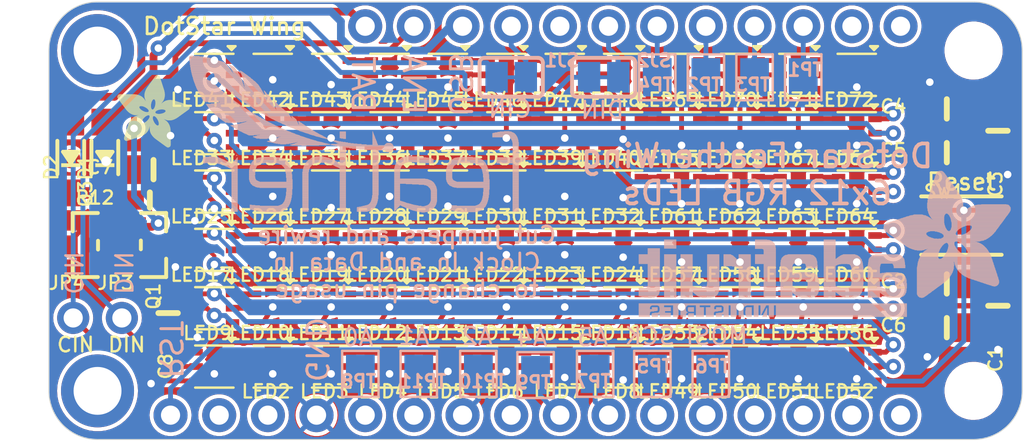
<source format=kicad_pcb>
(kicad_pcb (version 20221018) (generator pcbnew)
  (layers (0 "F.Cu" signal) (31 "B.Cu" signal) (34 "B.Paste" user) (35 "F.Paste" user) (36 "B.SilkS" user "B.Silkscreen") (37 "F.SilkS" user "F.Silkscreen") (38 "B.Mask" user) (39 "F.Mask" user) (44 "Edge.Cuts" user))
  (net 0 "")
  (net 1 "N$1")
  (net 2 "N$2")
  (net 3 "N$3")
  (net 4 "N$4")
  (net 5 "N$5")
  (net 6 "N$6")
  (net 7 "N$7")
  (net 8 "N$8")
  (net 9 "N$9")
  (net 10 "N$10")
  (net 11 "N$11")
  (net 12 "N$12")
  (net 13 "N$13")
  (net 14 "N$14")
  (net 15 "GND")
  (net 16 "N$15")
  (net 17 "N$16")
  (net 18 "N$17")
  (net 19 "N$18")
  (net 20 "N$19")
  (net 21 "N$20")
  (net 22 "N$21")
  (net 23 "N$22")
  (net 24 "N$23")
  (net 25 "N$24")
  (net 26 "N$25")
  (net 27 "N$26")
  (net 28 "N$27")
  (net 29 "N$28")
  (net 30 "N$29")
  (net 31 "N$30")
  (net 32 "N$31")
  (net 33 "N$32")
  (net 34 "N$33")
  (net 35 "N$34")
  (net 36 "N$35")
  (net 37 "N$36")
  (net 38 "N$37")
  (net 39 "N$38")
  (net 40 "N$39")
  (net 41 "N$40")
  (net 42 "N$41")
  (net 43 "N$42")
  (net 44 "N$43")
  (net 45 "N$44")
  (net 46 "N$45")
  (net 47 "N$46")
  (net 48 "N$47")
  (net 49 "N$48")
  (net 50 "N$49")
  (net 51 "N$50")
  (net 52 "N$51")
  (net 53 "N$52")
  (net 54 "N$53")
  (net 55 "N$54")
  (net 56 "N$55")
  (net 57 "N$56")
  (net 58 "N$57")
  (net 59 "N$58")
  (net 60 "N$59")
  (net 61 "N$60")
  (net 62 "N$61")
  (net 63 "N$62")
  (net 64 "N$63")
  (net 65 "N$64")
  (net 66 "N$65")
  (net 67 "N$66")
  (net 68 "N$67")
  (net 69 "N$68")
  (net 70 "N$69")
  (net 71 "N$70")
  (net 72 "N$71")
  (net 73 "N$72")
  (net 74 "N$73")
  (net 75 "N$74")
  (net 76 "N$75")
  (net 77 "N$76")
  (net 78 "N$77")
  (net 79 "N$78")
  (net 80 "N$79")
  (net 81 "N$80")
  (net 82 "N$81")
  (net 83 "N$82")
  (net 84 "N$83")
  (net 85 "N$84")
  (net 86 "N$114")
  (net 87 "N$115")
  (net 88 "N$116")
  (net 89 "N$118")
  (net 90 "N$119")
  (net 91 "N$124")
  (net 92 "N$125")
  (net 93 "N$126")
  (net 94 "DIN")
  (net 95 "CIN")
  (net 96 "VDD")
  (net 97 "N$87")
  (net 98 "N$88")
  (net 99 "N$89")
  (net 100 "N$90")
  (net 101 "N$91")
  (net 102 "N$92")
  (net 103 "N$95")
  (net 104 "N$96")
  (net 105 "N$97")
  (net 106 "N$98")
  (net 107 "N$99")
  (net 108 "N$100")
  (net 109 "N$103")
  (net 110 "N$104")
  (net 111 "N$105")
  (net 112 "N$106")
  (net 113 "N$107")
  (net 114 "N$108")
  (net 115 "N$109")
  (net 116 "N$110")
  (net 117 "N$111")
  (net 118 "N$112")
  (net 119 "N$121")
  (net 120 "N$122")
  (net 121 "N$123")
  (net 122 "N$127")
  (net 123 "N$128")
  (net 124 "N$129")
  (net 125 "N$130")
  (net 126 "N$131")
  (net 127 "N$132")
  (net 128 "N$133")
  (net 129 "N$134")
  (net 130 "N$135")
  (net 131 "N$136")
  (net 132 "N$137")
  (net 133 "N$138")
  (net 134 "N$142")
  (net 135 "N$145")
  (net 136 "N$149")
  (net 137 "N$85")
  (net 138 "N$86")
  (net 139 "N$140")
  (net 140 "N$141")
  (net 141 "N$150")
  (net 142 "N$151")
  (net 143 "N$101")
  (net 144 "N$102")
  (net 145 "N$93")
  (net 146 "N$94")
  (net 147 "VBAT")
  (net 148 "N")
  (net 149 "L")
  (net 150 "VBUS")
  (net 151 "N$139")
  (net 152 "ENABLE")
  (net 153 "RESET")
  (net 154 "H")
  (net 155 "J")
  (net 156 "I")
  (net 157 "K")
  (net 158 "SCK")
  (net 159 "MOSI")
  (net 160 "~{ENABLE}")
  (net 161 "A5")
  (net 162 "A4")
  (net 163 "A2")
  (net 164 "A1")
  (net 165 "A0")
  (net 166 "3V")
  (net 167 "AREF")
  (net 168 "A3")
  (net 169 "MISO")
  (net 170 "RX")
  (net 171 "TX")
  (net 172 "G")
  (net 173 "SDA")
  (net 174 "SCL")
  (net 175 "M")
  (footprint "working:SOD-123" (layer "F.Cu") (at 126.0221 101.7016 90)
    (fp_text reference "D1")
    (fp_text value "MBR120")
  )
  (footprint "working:APA102_2020" (layer "F.Cu") (at 131.7371 97.3836 180)
    (fp_text reference "LED41")
    (fp_text value "")
  )
  (footprint "working:APA102_2020" (layer "F.Cu") (at 156.1211 103.4796 180)
    (fp_text reference "LED61")
    (fp_text value "")
  )
  (footprint "working:APA102_2020" (layer "F.Cu") (at 143.9291 103.4796 180)
    (fp_text reference "LED29")
    (fp_text value "")
  )
  (footprint "working:APA102_2020" (layer "F.Cu") (at 131.7371 103.4796 180)
    (fp_text reference "LED25")
    (fp_text value "")
  )
  (footprint "working:APA102_2020" (layer "F.Cu") (at 140.8811 103.4796 180)
    (fp_text reference "LED28")
    (fp_text value "")
  )
  (footprint "working:0805-NO" (layer "F.Cu") (at 172.6311 100.3046 -90)
    (fp_text reference "C3")
    (fp_text value "10uF")
  )
  (footprint "working:APA102_2020" (layer "F.Cu") (at 156.1211 106.5276 180)
    (fp_text reference "LED57")
    (fp_text value "")
  )
  (footprint "working:0805-NO" (layer "F.Cu") (at 128.5621 102.3366 180)
    (fp_text reference "C7")
    (fp_text value "10uF")
  )
  (footprint "working:APA102_2020" (layer "F.Cu") (at 159.1691 109.5756 180)
    (fp_text reference "LED54")
    (fp_text value "")
  )
  (footprint "working:APA102_2020" (layer "F.Cu") (at 143.9291 106.5276 180)
    (fp_text reference "LED21")
    (fp_text value "")
  )
  (footprint "working:APA102_2020" (layer "F.Cu") (at 143.9291 100.4316 180)
    (fp_text reference "LED37")
    (fp_text value "")
  )
  (footprint "working:APA102_2020" (layer "F.Cu") (at 162.2171 112.6236 180)
    (fp_text reference "LED51")
    (fp_text value "")
  )
  (footprint "working:APA102_2020" (layer "F.Cu") (at 146.9771 112.6236 180)
    (fp_text reference "LED6")
    (fp_text value "")
  )
  (footprint "working:1X01_ROUND" (layer "F.Cu") (at 126.9111 110.0836)
    (fp_text reference "JP3")
    (fp_text value "")
  )
  (footprint "working:APA102_2020" (layer "F.Cu") (at 146.9771 97.3836 180)
    (fp_text reference "LED46")
    (fp_text value "")
  )
  (footprint "working:APA102_2020" (layer "F.Cu") (at 162.2171 106.5276 180)
    (fp_text reference "LED59")
    (fp_text value "")
  )
  (footprint "working:APA102_2020" (layer "F.Cu") (at 159.1691 112.6236 180)
    (fp_text reference "LED50")
    (fp_text value "")
  )
  (footprint "working:APA102_2020" (layer "F.Cu") (at 137.8331 106.5276 180)
    (fp_text reference "LED19")
    (fp_text value "")
  )
  (footprint "working:APA102_2020" (layer "F.Cu") (at 137.8331 109.5756 180)
    (fp_text reference "LED11")
    (fp_text value "")
  )
  (footprint "working:APA102_2020" (layer "F.Cu") (at 153.0731 106.5276 180)
    (fp_text reference "LED24")
    (fp_text value "")
  )
  (footprint "working:APA102_2020" (layer "F.Cu") (at 134.7851 103.4796 180)
    (fp_text reference "LED26")
    (fp_text value "")
  )
  (footprint "working:SOT23-WIDE" (layer "F.Cu") (at 128.5621 106.2736 -90)
    (fp_text reference "Q1")
    (fp_text value "BSS138")
  )
  (footprint "working:APA102_2020" (layer "F.Cu") (at 150.0251 100.4316 180)
    (fp_text reference "LED39")
    (fp_text value "")
  )
  (footprint "working:FEATHERWING" (layer "F.Cu") (at 123.1011 116.4336)
    (fp_text reference "MS1" hide)
    (fp_text value "FEATHERWING" hide)
    (fp_line (start 0 -20.32) (end 0 -2.54) (stroke (width 0.05)) (layer "Edge.Cuts"))
    (fp_line (start 2.54 0) (end 48.26 0) (stroke (width 0.05)) (layer "Edge.Cuts"))
    (fp_line (start 48.26 -22.86) (end 2.54 -22.86) (stroke (width 0.05)) (layer "Edge.Cuts"))
    (fp_line (start 50.8 -2.54) (end 50.8 -20.32) (stroke (width 0.05)) (layer "Edge.Cuts"))
    (fp_arc (start 0 -20.32) (mid 0.743949 -22.116051) (end 2.54 -22.86) (stroke (width 0.05)) (layer "Edge.Cuts"))
    (fp_arc (start 2.54 0) (mid 0.743949 -0.743949) (end 0 -2.54) (stroke (width 0.05)) (layer "Edge.Cuts"))
    (fp_arc (start 48.26 -22.86) (mid 50.056051 -22.116051) (end 50.8 -20.32) (stroke (width 0.05)) (layer "Edge.Cuts"))
    (fp_arc (start 50.8 -2.54) (mid 50.056051 -0.743949) (end 48.26 0) (stroke (width 0.05)) (layer "Edge.Cuts"))
  )
  (footprint "working:APA102_2020" (layer "F.Cu") (at 165.2651 103.4796 180)
    (fp_text reference "LED64")
    (fp_text value "")
  )
  (footprint "working:APA102_2020" (layer "F.Cu") (at 137.8331 112.6236 180)
    (fp_text reference "LED3")
    (fp_text value "")
  )
  (footprint "working:APA102_2020" (layer "F.Cu") (at 146.9771 100.4316 180)
    (fp_text reference "LED38")
    (fp_text value "")
  )
  (footprint "working:APA102_2020" (layer "F.Cu") (at 134.7851 97.3836 180)
    (fp_text reference "LED42")
    (fp_text value "")
  )
  (footprint "working:APA102_2020" (layer "F.Cu") (at 156.1211 112.6236 180)
    (fp_text reference "LED49")
    (fp_text value "")
  )
  (footprint "working:APA102_2020" (layer "F.Cu") (at 159.1691 103.4796 180)
    (fp_text reference "LED62")
    (fp_text value "")
  )
  (footprint "working:APA102_2020" (layer "F.Cu") (at 150.0251 112.6236 180)
    (fp_text reference "LED7")
    (fp_text value "")
  )
  (footprint "working:SOT23-WIDE" (layer "F.Cu") (at 125.0061 106.2736 90)
    (fp_text reference "Q3")
    (fp_text value "DMG3415U-7")
  )
  (footprint "working:APA102_2020" (layer "F.Cu") (at 153.0731 97.3836 180)
    (fp_text reference "LED48")
    (fp_text value "")
  )
  (footprint "working:APA102_2020" (layer "F.Cu") (at 150.0251 103.4796 180)
    (fp_text reference "LED31")
    (fp_text value "")
  )
  (footprint "working:FIDUCIAL_1MM" (layer "F.Cu") (at 124.2441 101.7651)
    (fp_text reference "FID2" hide)
    (fp_text value "FIDUCIAL_1MM" hide)
  )
  (footprint "working:0805-NO" (layer "F.Cu") (at 169.9641 99.1616 180)
    (fp_text reference "C4")
    (fp_text value "10uF")
  )
  (footprint "working:APA102_2020" (layer "F.Cu") (at 140.8811 112.6236 180)
    (fp_text reference "LED4")
    (fp_text value "")
  )
  (footprint "working:APA102_2020" (layer "F.Cu") (at 165.2651 112.6236 180)
    (fp_text reference "LED52")
    (fp_text value "")
  )
  (footprint "working:APA102_2020" (layer "F.Cu") (at 137.8331 100.4316 180)
    (fp_text reference "LED35")
    (fp_text value "")
  )
  (footprint "working:APA102_2020" (layer "F.Cu") (at 134.7851 109.5756 180)
    (fp_text reference "LED10")
    (fp_text value "")
  )
  (footprint "working:APA102_2020" (layer "F.Cu") (at 159.1691 97.3836 180)
    (fp_text reference "LED70")
    (fp_text value "")
  )
  (footprint "working:APA102_2020" (layer "F.Cu") (at 159.1691 106.5276 180)
    (fp_text reference "LED58")
    (fp_text value "")
  )
  (footprint "working:APA102_2020" (layer "F.Cu") (at 150.0251 97.3836 180)
    (fp_text reference "LED47")
    (fp_text value "")
  )
  (footprint "working:APA102_2020" (layer "F.Cu") (at 131.7371 109.5756 180)
    (fp_text reference "LED9")
    (fp_text value "")
  )
  (footprint "working:0805-NO" (layer "F.Cu") (at 169.9641 101.4476 180)
    (fp_text reference "C5")
    (fp_text value "10uF")
  )
  (footprint "working:APA102_2020" (layer "F.Cu") (at 162.4711 109.5756 180)
    (fp_text reference "LED55")
    (fp_text value "")
  )
  (footprint "working:APA102_2020" (layer "F.Cu") (at 153.0731 109.5756 180)
    (fp_text reference "LED16")
    (fp_text value "")
  )
  (footprint "working:APA102_2020" (layer "F.Cu") (at 131.7371 106.5276 180)
    (fp_text reference "LED17")
    (fp_text value "")
  )
  (footprint "working:0805-NO" (layer "F.Cu") (at 169.9641 110.5916 180)
    (fp_text reference "C6")
    (fp_text value "10uF")
  )
  (footprint "working:1X01_ROUND" (layer "F.Cu") (at 124.3711 110.0836)
    (fp_text reference "JP4")
    (fp_text value "")
  )
  (footprint "working:APA102_2020" (layer "F.Cu") (at 137.8331 97.3836 180)
    (fp_text reference "LED43")
    (fp_text value "")
  )
  (footprint "working:APA102_2020" (layer "F.Cu") (at 162.2171 97.3836 180)
    (fp_text reference "LED71")
    (fp_text value "")
  )
  (footprint "working:APA102_2020" (layer "F.Cu") (at 153.0731 100.4316 180)
    (fp_text reference "LED40")
    (fp_text value "")
  )
  (footprint "working:APA102_2020" (layer "F.Cu") (at 165.2651 106.5276 180)
    (fp_text reference "LED60")
    (fp_text value "")
  )
  (footprint "working:APA102_2020" (layer "F.Cu") (at 134.7851 112.6236 180)
    (fp_text reference "LED2")
    (fp_text value "")
  )
  (footprint "working:0603-NO" (layer "F.Cu") (at 128.3716 103.9241 180)
    (fp_text reference "R12")
    (fp_text value "100k")
  )
  (footprint "working:APA102_2020" (layer "F.Cu") (at 143.9291 97.3836 180)
    (fp_text reference "LED45")
    (fp_text value "")
  )
  (footprint "working:APA102_2020" (layer "F.Cu") (at 146.9771 106.5276 180)
    (fp_text reference "LED22")
    (fp_text value "")
  )
  (footprint "working:APA102_2020" (layer "F.Cu") (at 150.0251 109.5756 180)
    (fp_text reference "LED15")
    (fp_text value "")
  )
  (footprint "working:APA102_2020" (layer "F.Cu") (at 140.8811 109.5756 180)
    (fp_text reference "LED12")
    (fp_text value "")
  )
  (footprint "working:FIDUCIAL_1MM" (layer "F.Cu") (at 169.5831 115.6716)
    (fp_text reference "FID1" hide)
    (fp_text value "FIDUCIAL_1MM" hide)
  )
  (footprint "working:BTN_KMR2_4.6X2.8" (layer "F.Cu") (at 170.7261 105.2576)
    (fp_text reference "SW1")
    (fp_text value "KMR2")
  )
  (footprint "working:APA102_2020" (layer "F.Cu") (at 134.7851 106.5276 180)
    (fp_text reference "LED18")
    (fp_text value "")
  )
  (footprint "working:ADAFRUIT_3.5MM" (layer "F.Cu") (at 126.6571 101.1936)
    (fp_text reference "U$9" hide)
    (fp_text value "" hide)
  )
  (footprint "working:0805-NO" (layer "F.Cu") (at 169.9641 108.3056 180)
    (fp_text reference "C2")
    (fp_text value "10uF")
  )
  (footprint "working:APA102_2020" (layer "F.Cu") (at 153.0731 112.6236 180)
    (fp_text reference "LED8")
    (fp_text value "")
  )
  (footprint "working:APA102_2020" (layer "F.Cu") (at 131.7371 112.6236 180)
    (fp_text reference "LED1" hide)
    (fp_text value "")
  )
  (footprint "working:APA102_2020" (layer "F.Cu") (at 156.1211 109.5756 180)
    (fp_text reference "LED53")
    (fp_text value "")
  )
  (footprint "working:APA102_2020" (layer "F.Cu") (at 165.2651 97.3836 180)
    (fp_text reference "LED72")
    (fp_text value "")
  )
  (footprint "working:APA102_2020" (layer "F.Cu") (at 165.2651 109.5756 180)
    (fp_text reference "LED56")
    (fp_text value "")
  )
  (footprint "working:APA102_2020" (layer "F.Cu") (at 137.8331 103.4796 180)
    (fp_text reference "LED27")
    (fp_text value "")
  )
  (footprint "working:FIDUCIAL_1MM" (layer "F.Cu") (at 172.7581 97.6376)
    (fp_text reference "FID3" hide)
    (fp_text value "FIDUCIAL_1MM" hide)
  )
  (footprint "working:APA102_2020" (layer "F.Cu") (at 165.2651 100.4316 180)
    (fp_text reference "LED68")
    (fp_text value "")
  )
  (footprint "working:APA102_2020" (layer "F.Cu") (at 159.1691 100.4316 180)
    (fp_text reference "LED66")
    (fp_text value "")
  )
  (footprint "working:APA102_2020" (layer "F.Cu") (at 140.8811 100.4316 180)
    (fp_text reference "LED36")
    (fp_text value "")
  )
  (footprint "working:APA102_2020" (layer "F.Cu") (at 156.1211 97.3836 180)
    (fp_text reference "LED69")
    (fp_text value "")
  )
  (footprint "working:APA102_2020" (layer "F.Cu") (at 146.9771 103.4796 180)
    (fp_text reference "LED30")
    (fp_text value "")
  )
  (footprint "working:APA102_2020" (layer "F.Cu") (at 143.9291 112.6236 180)
    (fp_text reference "LED5")
    (fp_text value "")
  )
  (footprint "working:0805-NO" (layer "F.Cu") (at 172.6311 109.4486 -90)
    (fp_text reference "C1")
    (fp_text value "10uF")
  )
  (footprint "working:APA102_2020" (layer "F.Cu") (at 134.7851 100.4316 180)
    (fp_text reference "LED34")
    (fp_text value "")
  )
  (footprint "working:SOD-123" (layer "F.Cu") (at 124.2441 101.7016 90)
    (fp_text reference "D2")
    (fp_text value "MBR120")
  )
  (footprint "working:APA102_2020" (layer "F.Cu") (at 153.0731 103.4796 180)
    (fp_text reference "LED32")
    (fp_text value "")
  )
  (footprint "working:APA102_2020" (layer "F.Cu") (at 162.2171 103.4796 180)
    (fp_text reference "LED63")
    (fp_text value "")
  )
  (footprint "working:0805-NO" (layer "F.Cu") (at 129.3241 109.8296 -90)
    (fp_text reference "C8")
    (fp_text value "10uF")
  )
  (footprint "working:APA102_2020" (layer "F.Cu") (at 140.8811 97.3836 180)
    (fp_text reference "LED44")
    (fp_text value "")
  )
  (footprint "working:APA102_2020" (layer "F.Cu") (at 162.2171 100.4316 180)
    (fp_text reference "LED67")
    (fp_text value "")
  )
  (footprint "working:APA102_2020" (layer "F.Cu") (at 140.8811 106.5276 180)
    (fp_text reference "LED20")
    (fp_text value "")
  )
  (footprint "working:APA102_2020" (layer "F.Cu") (at 131.7371 100.4316 180)
    (fp_text reference "LED33")
    (fp_text value "")
  )
  (footprint "working:APA102_2020" (layer "F.Cu") (at 150.0251 106.5276 180)
    (fp_text reference "LED23")
    (fp_text value "")
  )
  (footprint "working:APA102_2020" (layer "F.Cu") (at 156.1211 100.4316 180)
    (fp_text reference "LED65")
    (fp_text value "")
  )
  (footprint "working:APA102_2020" (layer "F.Cu") (at 143.9291 109.5756 180)
    (fp_text reference "LED13")
    (fp_text value "")
  )
  (footprint "working:APA102_2020" (layer "F.Cu") (at 146.9771 109.5756 180)
    (fp_text reference "LED14")
    (fp_text value "")
  )
  (footprint "working:PAD-1.5X2.0" (layer "B.Cu") (at 157.6451 113.0046)
    (fp_text reference "TP6")
    (fp_text value "")
  )
  (footprint "working:PAD-1.5X2.0" (layer "B.Cu") (at 148.5011 113.0681 180)
    (fp_text reference "TP9")
    (fp_text value "")
  )
  (footprint "working:ADAFRUIT_TEXT_20MM" (layer "B.Cu") (at 173.4566 110.0201 180)
    (fp_text reference "U$1" hide)
    (fp_text value "" hide)
  )
  (footprint "working:PAD-1.5X2.0" (layer "B.Cu") (at 157.3911 97.5106 180)
    (fp_text reference "TP2")
    (fp_text value "")
  )
  (footprint "working:PAD-1.5X2.0" (layer "B.Cu") (at 154.8511 97.5106 180)
    (fp_text reference "TP4")
    (fp_text value "")
  )
  (footprint "working:FEATHERLOGO_MED" (layer "B.Cu") (at 148.2471 104.6226 180)
    (fp_text reference "U$8" hide)
    (fp_text value "" hide)
  )
  (footprint "working:SOLDERJUMPER_CLOSEDWIRE" (layer "B.Cu") (at 152.0571 97.5106 180)
    (fp_text reference "SJ2")
    (fp_text value "")
  )
  (footprint "working:SOLDERJUMPER_CLOSEDWIRE" (layer "B.Cu") (at 147.2311 97.5106 180)
    (fp_text reference "SJ1")
    (fp_text value "")
  )
  (footprint "working:PAD-1.5X2.0" (layer "B.Cu") (at 159.9311 97.5106 180)
    (fp_text reference "TP3")
    (fp_text value "")
  )
  (footprint "working:PAD-1.5X2.0" (layer "B.Cu") (at 145.5166 113.0046 180)
    (fp_text reference "TP10")
    (fp_text value "")
  )
  (footprint "working:PAD-1.5X2.0" (layer "B.Cu") (at 162.4711 97.5106)
    (fp_text reference "TP1")
    (fp_text value "")
  )
  (footprint "working:PAD-1.5X2.0" (layer "B.Cu") (at 139.3571 113.0046 180)
    (fp_text reference "TP8")
    (fp_text value "")
  )
  (footprint "working:PAD-1.5X2.0" (layer "B.Cu") (at 142.4051 113.0046 180)
    (fp_text reference "TP11")
    (fp_text value "")
  )
  (footprint "working:PAD-1.5X2.0" (layer "B.Cu") (at 151.6126 113.0046 180)
    (fp_text reference "TP7")
    (fp_text value "")
  )
  (footprint "working:PAD-1.5X2.0" (layer "B.Cu") (at 154.5971 113.0046)
    (fp_text reference "TP5")
    (fp_text value "")
  )
  (gr_text "ENA" (at 142.1511 97.8916 -90) (layer "B.SilkS") (effects (font (size 1.1176 1.1176) (thickness 0.1524)) (justify mirror)))
  (gr_text "DotStar FeatherWing\n6x12 RGB LEDs" (at 160.0581 102.5906) (layer "B.SilkS") (effects (font (size 1.20142 1.20142) (thickness 0.19558)) (justify mirror)))
  (gr_text "A5" (at 151.4856 111.0996) (layer "B.SilkS") (effects (font (size 0.89408 0.89408) (thickness 0.12192)) (justify mirror)))
  (gr_text "A2" (at 145.4531 111.0361) (layer "B.SilkS") (effects (font (size 0.89408 0.89408) (thickness 0.12192)) (justify mirror)))
  (gr_text "CIN" (at 124.3711 107.7341 -90) (layer "B.SilkS") (effects (font (size 0.89408 0.89408) (thickness 0.12192)) (justify mirror)))
  (gr_text "A4" (at 148.3106 111.0996) (layer "B.SilkS") (effects (font (size 0.89408 0.89408) (thickness 0.12192)) (justify mirror)))
  (gr_text "Cut jumpers and rewire\nClock In and Data In\nto change pin usage" (at 141.7701 107.1626) (layer "B.SilkS") (effects (font (size 0.87376 0.87376) (thickness 0.14224)) (justify mirror)))
  (gr_text "SCK" (at 154.4701 111.0361) (layer "B.SilkS") (effects (font (size 0.89408 0.89408) (thickness 0.12192)) (justify mirror)))
  (gr_text "USB" (at 144.5641 97.8916 -90) (layer "B.SilkS") (effects (font (size 1.1176 1.1176) (thickness 0.1524)) (justify mirror)))
  (gr_text "A0" (at 139.2301 111.0996) (layer "B.SilkS") (effects (font (size 0.89408 0.89408) (thickness 0.12192)) (justify mirror)))
  (gr_text "CIN" (at 147.1676 99.1616) (layer "B.SilkS") (effects (font (size 0.89408 0.89408) (thickness 0.12192)) (justify mirror)))
  (gr_text "DIN" (at 126.9746 107.7341 -90) (layer "B.SilkS") (effects (font (size 0.89408 0.89408) (thickness 0.12192)) (justify mirror)))
  (gr_text "DIN" (at 151.9936 99.2251) (layer "B.SilkS") (effects (font (size 0.89408 0.89408) (thickness 0.12192)) (justify mirror)))
  (gr_text "GND" (at 137.0711 111.7346 -90) (layer "B.SilkS") (effects (font (size 1.1176 1.1176) (thickness 0.1524)) (justify mirror)))
  (gr_text "RST" (at 129.4511 111.7346 -90) (layer "B.SilkS") (effects (font (size 1.1176 1.1176) (thickness 0.1524)) (justify mirror)))
  (gr_text "BAT" (at 139.4841 97.8916 -90) (layer "B.SilkS") (effects (font (size 1.1176 1.1176) (thickness 0.1524)) (justify mirror)))
  (gr_text "MOSI" (at 157.9626 111.0361) (layer "B.SilkS") (effects (font (size 0.89408 0.89408) (thickness 0.12192)) (justify mirror)))
  (gr_text "A1" (at 142.1511 111.0361) (layer "B.SilkS") (effects (font (size 0.89408 0.89408) (thickness 0.12192)) (justify mirror)))
  (gr_text "Reset" (at 170.7261 102.9716) (layer "F.SilkS") (effects (font (size 0.87376 0.87376) (thickness 0.14224))))
  (gr_text "DIN" (at 127.1651 111.4806) (layer "F.SilkS") (effects (font (size 0.76454 0.76454) (thickness 0.12446))))
  (gr_text "CIN" (at 124.4981 111.4806) (layer "F.SilkS") (effects (font (size 0.76454 0.76454) (thickness 0.12446))))
  (gr_text "DotStar Wing" (at 127.9271 95.3516) (layer "F.SilkS") (effects (font (size 0.87376 0.87376) (thickness 0.14224)) (justify left bottom)))
  (segment (start 133.8351 111.8736) (end 132.6871 111.8736) (width 0.254) (layer "F.Cu") (net 1))
  (segment (start 133.8351 112.6236) (end 132.6871 112.6236) (width 0.254) (layer "F.Cu") (net 2))
  (segment (start 136.8831 111.8736) (end 135.7351 111.8736) (width 0.254) (layer "F.Cu") (net 3))
  (segment (start 136.8831 112.6236) (end 135.7351 112.6236) (width 0.254) (layer "F.Cu") (net 4))
  (segment (start 139.9311 111.8736) (end 138.7831 111.8736) (width 0.254) (layer "F.Cu") (net 5))
  (segment (start 139.9311 112.6236) (end 138.7831 112.6236) (width 0.254) (layer "F.Cu") (net 6))
  (segment (start 142.9791 111.8736) (end 141.8311 111.8736) (width 0.254) (layer "F.Cu") (net 7))
  (segment (start 142.9791 112.6236) (end 141.8311 112.6236) (width 0.254) (layer "F.Cu") (net 8))
  (segment (start 146.0271 111.8736) (end 144.8791 111.8736) (width 0.254) (layer "F.Cu") (net 9))
  (segment (start 146.0271 112.6236) (end 144.8791 112.6236) (width 0.254) (layer "F.Cu") (net 10))
  (segment (start 149.0751 111.8736) (end 147.9271 111.8736) (width 0.254) (layer "F.Cu") (net 11))
  (segment (start 149.0751 112.6236) (end 147.9271 112.6236) (width 0.254) (layer "F.Cu") (net 12))
  (segment (start 152.1231 111.8736) (end 150.9751 111.8736) (width 0.254) (layer "F.Cu") (net 13))
  (segment (start 152.1231 112.6236) (end 150.9751 112.6236) (width 0.254) (layer "F.Cu") (net 14))
  (segment (start 161.5211 110.3256) (end 162.3561 110.3256) (width 0.254) (layer "F.Cu") (net 15))
  (segment (start 150.0251 109.5121) (end 149.5291 110.3256) (width 0.254) (layer "F.Cu") (net 15))
  (segment (start 130.7871 113.3736) (end 130.7751 113.3856) (width 0.254) (layer "F.Cu") (net 15))
  (segment (start 130.7871 101.1816) (end 130.7751 101.1936) (width 0.254) (layer "F.Cu") (net 15))
  (segment (start 130.7751 113.3856) (end 131.4831 113.3856) (width 0.254) (layer "F.Cu") (net 15))
  (segment (start 165.1501 110.3256) (end 165.2651 109.5121) (width 0.254) (layer "F.Cu") (net 15))
  (segment (start 127.6121 102.3366) (end 127.6121 101.9531) (width 0.3048) (layer "F.Cu") (net 15))
  (segment (start 146.0271 98.1336) (end 146.0761 98.1336) (width 0.254) (layer "F.Cu") (net 15))
  (segment (start 169.0141 110.5916) (end 168.9481 110.6576) (width 0.4064) (layer "F.Cu") (net 15))
  (segment (start 147.0152 103.8606) (end 146.4811 104.2296) (width 0.254) (layer "F.Cu") (net 15))
  (segment (start 134.2891 101.1816) (end 133.8351 101.1816) (width 0.254) (layer "F.Cu") (net 15))
  (segment (start 152.5771 107.2776) (end 152.1231 107.2776) (width 0.254) (layer "F.Cu") (net 15))
  (segment (start 137.8331 113.0046) (end 137.3371 113.3736) (width 0.254) (layer "F.Cu") (net 15))
  (segment (start 140.8811 106.7816) (end 140.3851 107.2776) (width 0.254) (layer "F.Cu") (net 15))
  (segment (start 152.5771 110.3256) (end 153.0731 109.5121) (width 0.254) (layer "F.Cu") (net 15))
  (segment (start 143.4331 107.2776) (end 142.9791 107.2776) (width 0.254) (layer "F.Cu") (net 15))
  (segment (start 134.7851 109.5121) (end 134.2891 110.3256) (width 0.254) (layer "F.Cu") (net 15))
  (segment (start 155.1711 107.2776) (end 156.0061 107.2776) (width 0.254) (layer "F.Cu") (net 15))
  (segment (start 140.8811 98.0186) (end 140.3851 98.1336) (width 0.254) (layer "F.Cu") (net 15))
  (segment (start 165.1501 104.2296) (end 165.2651 104.1146) (width 0.254) (layer "F.Cu") (net 15))
  (segment (start 158.2191 107.2776) (end 159.0541 107.2776) (width 0.254) (layer "F.Cu") (net 15))
  (segment (start 137.3371 98.1336) (end 136.8831 98.1336) (width 0.254) (layer "F.Cu") (net 15))
  (segment (start 155.1711 110.3256) (end 156.0061 110.3256) (width 0.254) (layer "F.Cu") (net 15))
  (segment (start 127.5621 107.2236) (end 127.6281 107.4166) (width 0.254) (layer "F.Cu") (net 15))
  (segment (start 165.1501 98.1336) (end 165.2651 98.0186) (width 0.254) (layer "F.Cu") (net 15))
  (segment (start 140.2581 113.3736) (end 140.6271 113.0046) (width 0.3048) (layer "F.Cu") (net 15))
  (segment (start 155.1711 98.1336) (end 155.3471 98.1336) (width 0.254) (layer "F.Cu") (net 15))
  (segment (start 140.8811 113.0046) (end 140.6271 113.0046) (width 0.254) (layer "F.Cu") (net 15))
  (segment (start 137.8331 104.3178) (end 137.3371 104.2296) (width 0.254) (layer "F.Cu") (net 15))
  (segment (start 134.2891 104.2296) (end 133.8351 104.2296) (width 0.254) (layer "F.Cu") (net 15))
  (segment (start 155.1711 113.3736) (end 156.0061 113.3736) (width 0.254) (layer "F.Cu") (net 15))
  (segment (start 152.2991 98.1336) (end 153.0731 98.9076) (width 0.254) (layer "F.Cu") (net 15))
  (segment (start 155.1711 104.2296) (end 156.0061 104.2296) (width 0.254) (layer "F.Cu") (net 15))
  (segment (start 134.2891 107.2776) (end 133.8351 107.2776) (width 0.254) (layer "F.Cu") (net 15))
  (segment (start 158.2191 110.3256) (end 159.0541 110.3256) (width 0.254) (layer "F.Cu") (net 15))
  (segment (start 143.9291 98.0186) (end 143.4331 98.1336) (width 0.254) (layer "F.Cu") (net 15))
  (segment (start 159.0541 104.2296) (end 159.1691 104.1146) (width 0.254) (layer "F.Cu") (net 15))
  (segment (start 152.1231 98.1336) (end 152.2991 98.1336) (width 0.254) (layer "F.Cu") (net 15))
  (segment (start 134.2891 110.3256) (end 133.8351 110.3256) (width 0.254) (layer "F.Cu") (net 15))
  (segment (start 162.3561 110.3256) (end 162.4711 109.5121) (width 0.254) (layer "F.Cu") (net 15))
  (segment (start 164.3151 110.3256) (end 165.1501 110.3256) (width 0.254) (layer "F.Cu") (net 15))
  (segment (start 150.0251 98.6296) (end 150.0251 100.6856) (width 0.254) (layer "F.Cu") (net 15))
  (segment (start 149.5291 98.1336) (end 150.0251 98.6296) (width 0.254) (layer "F.Cu") (net 15))
  (segment (start 149.5291 101.1816) (end 149.0751 101.1816) (width 0.254) (layer "F.Cu") (net 15))
  (segment (start 149.5291 107.2776) (end 149.0751 107.2776) (width 0.254) (layer "F.Cu") (net 15))
  (segment (start 139.9311 113.3736) (end 140.2581 113.3736) (width 0.3048) (layer "F.Cu") (net 15))
  (segment (start 137.3371 110.3256) (end 136.8831 110.3256) (width 0.254) (layer "F.Cu") (net 15))
  (segment (start 161.2671 101.1816) (end 162.1021 101.1816) (width 0.254) (layer "F.Cu") (net 15))
  (segment (start 140.8811 109.5121) (end 140.3851 110.3256) (width 0.254) (layer "F.Cu") (net 15))
  (segment (start 134.4796 113.1196) (end 133.8351 113.3736) (width 0.254) (layer "F.Cu") (net 15))
  (segment (start 164.3151 98.1336) (end 165.1501 98.1336) (width 0.254) (layer "F.Cu") (net 15))
  (segment (start 143.4331 104.2296) (end 142.9791 104.2296) (width 0.254) (layer "F.Cu") (net 15))
  (segment (start 150.0251 103.7336) (end 149.5291 104.2296) (width 0.254) (layer "F.Cu") (net 15))
  (segment (start 143.4331 110.3256) (end 142.9791 110.3256) (width 0.254) (layer "F.Cu") (net 15))
  (segment (start 152.1231 110.3256) (end 152.5771 110.3256) (width 0.254) (layer "F.Cu") (net 15))
  (segment (start 155.1711 101.1816) (end 156.0061 101.1816) (width 0.254) (layer "F.Cu") (net 15))
  (segment (start 143.9291 112.8776) (end 143.4331 113.3736) (width 0.254) (layer "F.Cu") (net 15))
  (segment (start 156.0061 101.1816) (end 156.1211 101.0666) (width 0.254) (layer "F.Cu") (net 15))
  (segment (start 149.5291 110.3256) (end 149.0751 110.3256) (width 0.254) (layer "F.Cu") (net 15))
  (segment (start 129.7051 100.5586) (end 129.4511 100.5586) (width 0.254) (layer "F.Cu") (net 15))
  (segment (start 169.0141 108.3056) (end 169.0141 110.5916) (width 0.4064) (layer "F.Cu") (net 15))
  (segment (start 169.0571 105.8086) (end 169.0141 108.3056) (width 0.254) (layer "F.Cu") (net 15))
  (segment (start 158.2191 98.1336) (end 158.5221 98.1336) (width 0.254) (layer "F.Cu") (net 15))
  (segment (start 162.2171 99.0836) (end 162.2171 101.0666) (width 0.254) (layer "F.Cu") (net 15))
  (segment (start 143.9291 104.2416) (end 143.4331 104.2296) (width 0.254) (layer "F.Cu") (net 15))
  (segment (start 146.4811 113.3736) (end 146.0271 113.3736) (width 0.254) (layer "F.Cu") (net 15))
  (segment (start 137.3371 113.3736) (end 136.8831 113.3736) (width 0.254) (layer "F.Cu") (net 15))
  (segment (start 130.7871 110.3256) (end 130.7751 110.3376) (width 0.254) (layer "F.Cu") (net 15))
  (segment (start 146.4811 104.2296) (end 146.0271 104.2296) (width 0.254) (layer "F.Cu") (net 15))
  (segment (start 172.7761 106.0576) (end 168.6761 106.0576) (width 0.254) (layer "F.Cu") (net 15))
  (segment (start 159.0541 101.1816) (end 159.1691 101.0666) (width 0.254) (layer "F.Cu") (net 15))
  (segment (start 165.1501 101.1816) (end 165.2651 101.0666) (width 0.254) (layer "F.Cu") (net 15))
  (segment (start 161.2671 98.1336) (end 162.2171 99.0836) (width 0.254) (layer "F.Cu") (net 15))
  (segment (start 158.2191 101.1816) (end 159.0541 101.1816) (width 0.254) (layer "F.Cu") (net 15))
  (segment (start 169.0141 98.0186) (end 169.0751 97.7646) (width 0.4064) (layer "F.Cu") (net 15))
  (segment (start 127.6121 102.3366) (end 127.1676 101.8921) (width 0.3048) (layer "F.Cu") (net 15))
  (segment (start 158.2191 113.3736) (end 159.0541 113.3736) (width 0.254) (layer "F.Cu") (net 15))
  (segment (start 162.1021 101.1816) (end 162.2171 101.0666) (width 0.254) (layer "F.Cu") (net 15))
  (segment (start 149.5291 98.1336) (end 149.0751 98.1336) (width 0.254) (layer "F.Cu") (net 15))
  (segment (start 140.3851 98.1336) (end 139.9311 98.1336) (width 0.254) (layer "F.Cu") (net 15))
  (segment (start 140.3851 110.3256) (end 139.9311 110.3256) (width 0.254) (layer "F.Cu") (net 15))
  (segment (start 165.1501 113.3736) (end 165.2651 113.2586) (width 0.254) (layer "F.Cu") (net 15))
  (segment (start 162.1021 104.2296) (end 162.2171 104.1146) (width 0.254) (layer "F.Cu") (net 15))
  (segment (start 130.7871 98.1336) (end 130.7751 98.1456) (width 0.254) (layer "F.Cu") (net 15))
  (segment (start 165.1501 107.2776) (end 165.2651 107.1626) (width 0.254) (layer "F.Cu") (net 15))
  (segment (start 159.0541 110.3256) (end 159.1691 109.5121) (width 0.254) (layer "F.Cu") (net 15))
  (segment (start 134.7851 100.6856) (end 134.2891 101.1816) (width 0.254) (layer "F.Cu") (net 15))
  (segment (start 146.0761 98.1336) (end 146.9771 99.0346) (width 0.254) (layer "F.Cu") (net 15))
  (segment (start 156.1211 98.9076) (end 156.1211 101.0666) (width 0.254) (layer "F.Cu") (net 15))
  (segment (start 149.5291 104.2296) (end 149.0751 104.2296) (width 0.254) (layer "F.Cu") (net 15))
  (segment (start 146.9771 112.8776) (end 146.4811 113.3736) (width 0.254) (layer "F.Cu") (net 15))
  (segment (start 162.1021 107.2776) (end 162.2171 107.1626) (width 0.254) (layer "F.Cu") (net 15))
  (segment (start 153.0216 113.3736) (end 153.0731 113.3221) (width 0.254) (layer "F.Cu") (net 15))
  (segment (start 130.7871 104.2296) (end 130.7751 104.2416) (width 0.254) (layer "F.Cu") (net 15))
  (segment (start 143.4331 113.3736) (end 142.9791 113.3736) (width 0.254) (layer "F.Cu") (net 15))
  (segment (start 128.5741 113.3736) (end 128.4351 113.5126) (width 0.254) (layer "F.Cu") (net 15))
  (segment (start 164.3151 104.2296) (end 165.1501 104.2296) (width 0.254) (layer "F.Cu") (net 15))
  (segment (start 130.7871 107.2776) (end 130.7751 107.2896) (width 0.254) (layer "F.Cu") (net 15))
  (segment (start 127.1676 101.8921) (end 126.0856 101.8921) (width 0.3048) (layer "F.Cu") (net 15))
  (segment (start 130.7751 104.2416) (end 130.7211 105.0036) (width 0.254) (layer "F.Cu") (net 15))
  (segment (start 130.7751 107.2896) (end 129.7051 107.4166) (width 0.254) (layer "F.Cu") (net 15))
  (segment (start 134.7851 103.7336) (end 134.2891 104.2296) (width 0.254) (layer "F.Cu") (net 15))
  (segment (start 156.0061 110.3256) (end 156.1211 109.5121) (width 0.254) (layer "F.Cu") (net 15))
  (segment (start 164.3151 113.3736) (end 165.1501 113.3736) (width 0.254) (layer "F.Cu") (net 15))
  (segment (start 134.2891 98.1336) (end 133.8351 98.1336) (width 0.254) (layer "F.Cu") (net 15))
  (segment (start 137.8331 97.8916) (end 137.3371 98.1336) (width 0.254) (layer "F.Cu") (net 15))
  (segment (start 137.8331 100.6856) (end 137.3371 101.1816) (width 0.254) (layer "F.Cu") (net 15))
  (segment (start 130.7751 98.1456) (end 129.8321 98.1456) (width 0.254) (layer "F.Cu") (net 15))
  (segment (start 140.3851 107.2776) (end 139.9311 107.2776) (width 0.254) (layer "F.Cu") (net 15))
  (segment (start 143.9291 109.5121) (end 143.4331 110.3256) (width 0.254) (layer "F.Cu") (net 15))
  (segment (start 140.3851 104.2296) (end 139.9311 104.2296) (width 0.254) (layer "F.Cu") (net 15))
  (segment (start 137.8331 109.5121) (end 137.3371 110.3256) (width 0.254) (layer "F.Cu") (net 15))
  (segment (start 146.4811 107.2776) (end 146.0271 107.2776) (width 0.254) (layer "F.Cu") (net 15))
  (segment (start 159.1691 98.7806) (end 159.1691 101.0666) (width 0.254) (layer "F.Cu") (net 15))
  (segment (start 134.7851 113.0046) (end 134.4796 113.1196) (width 0.254) (layer "F.Cu") (net 15))
  (segment (start 143.4331 101.1816) (end 142.9791 101.1816) (width 0.254) (layer "F.Cu") (net 15))
  (segment (start 146.9771 100.6856) (end 146.4811 101.1816) (width 0.254) (layer "F.Cu") (net 15))
  (segment (start 137.3371 101.1816) (end 136.8831 101.1816) (width 0.254) (layer "F.Cu") (net 15))
  (segment (start 134.7851 106.7816) (end 134.2891 107.2776) (width 0.254) (layer "F.Cu") (net 15))
  (segment (start 153.0731 98.9076) (end 153.0731 100.7491) (width 0.254) (layer "F.Cu") (net 15))
  (segment (start 164.3151 107.2776) (end 165.1501 107.2776) (width 0.254) (layer "F.Cu") (net 15))
  (segment (start 152.5771 101.1816) (end 152.1231 101.1816) (width 0.254) (layer "F.Cu") (net 15))
  (segment (start 164.3151 101.1816) (end 165.1501 101.1816) (width 0.254) (layer "F.Cu") (net 15))
  (segment (start 172.6311 110.3986) (end 172.6311 111.7346) (width 0.4064) (layer "F.Cu") (net 15))
  (segment (start 134.7851 97.6376) (end 134.2891 98.1336) (width 0.254) (layer "F.Cu") (net 15))
  (segment (start 161.2671 107.2776) (end 162.1021 107.2776) (width 0.254) (layer "F.Cu") (net 15))
  (segment (start 153.0731 103.7971) (end 152.5771 104.2296) (width 0.254) (layer "F.Cu") (net 15))
  (segment (start 146.4811 110.3256) (end 146.0271 110.3256) (width 0.254) (layer "F.Cu") (net 15))
  (segment (start 146.4811 101.1816) (end 146.0271 101.1816) (width 0.254) (layer "F.Cu") (net 15))
  (segment (start 172.6311 101.2546) (end 173.1391 102.5906) (width 0.4064) (layer "F.Cu") (net 15))
  (segment (start 137.3371 107.2776) (end 136.8831 107.2776) (width 0.254) (layer "F.Cu") (net 15))
  (segment (start 161.2671 104.2296) (end 162.1021 104.2296) (width 0.254) (layer "F.Cu") (net 15))
  (segment (start 130.3401 101.1936) (end 129.7051 100.5586) (width 0.254) (layer "F.Cu") (net 15))
  (segment (start 140.8811 103.7336) (end 140.3851 104.2296) (width 0.254) (layer "F.Cu") (net 15))
  (segment (start 159.0541 113.3736) (end 159.1691 113.2586) (width 0.254) (layer "F.Cu") (net 15))
  (segment (start 156.0061 107.2776) (end 156.1211 107.1626) (width 0.254) (layer "F.Cu") (net 15))
  (segment (start 162.1021 113.3736) (end 162.2171 113.2586) (width 0.254) (layer "F.Cu") (net 15))
  (segment (start 155.3471 98.1336) (end 156.1211 98.9076) (width 0.254) (layer "F.Cu") (net 15))
  (segment (start 168.6761 106.0576) (end 169.0571 105.8086) (width 0.254) (layer "F.Cu") (net 15))
  (segment (start 143.9291 106.7816) (end 143.4331 107.2776) (width 0.254) (layer "F.Cu") (net 15))
  (segment (start 140.8811 100.6856) (end 140.3851 101.1816) (width 0.254) (layer "F.Cu") (net 15))
  (segment (start 127.6281 107.4166) (end 129.7051 107.4166) (width 0.254) (layer "F.Cu") (net 15))
  (segment (start 156.0061 104.2296) (end 156.1211 104.1146) (width 0.254) (layer "F.Cu") (net 15))
  (segment (start 140.3851 101.1816) (end 139.9311 101.1816) (width 0.254) (layer "F.Cu") (net 15))
  (segment (start 150.0251 100.6856) (end 149.5291 101.1816) (width 0.254) (layer "F.Cu") (net 15))
  (segment (start 146.9771 106.7816) (end 146.4811 107.2776) (width 0.254) (layer "F.Cu") (net 15))
  (segment (start 150.0251 113.1951) (end 149.7831 113.3736) (width 0.254) (layer "F.Cu") (net 15))
  (segment (start 158.2191 104.2296) (end 159.0541 104.2296) (width 0.254) (layer "F.Cu") (net 15))
  (segment (start 153.0731 106.9086) (end 152.5771 107.2776) (width 0.254) (layer "F.Cu") (net 15))
  (segment (start 130.7751 110.3376) (end 130.8481 111.0996) (width 0.254) (layer "F.Cu") (net 15))
  (segment (start 169.0141 101.4476) (end 169.0141 99.1616) (width 0.4064) (layer "F.Cu") (net 15))
  (segment (start 146.9771 99.0346) (end 146.9771 100.6856) (width 0.254) (layer "F.Cu") (net 15))
  (segment (start 143.4331 98.1336) (end 142.9791 98.1336) (width 0.254) (layer "F.Cu") (net 15))
  (segment (start 137.8331 106.7816) (end 137.3371 107.2776) (width 0.254) (layer "F.Cu") (net 15))
  (segment (start 169.0141 99.1616) (end 169.0141 98.0186) (width 0.4064) (layer "F.Cu") (net 15))
  (segment (start 130.7871 113.3736) (end 128.5741 113.3736) (width 0.254) (layer "F.Cu") (net 15))
  (segment (start 156.0061 113.3736) (end 156.1211 113.2586) (width 0.254) (layer "F.Cu") (net 15))
  (segment (start 149.7831 113.3736) (end 149.0751 113.3736) (width 0.254) (layer "F.Cu") (net 15))
  (segment (start 130.7751 101.1936) (end 130.3401 101.1936) (width 0.254) (layer "F.Cu") (net 15))
  (segment (start 168.9481 110.6576) (end 168.9481 112.1156) (width 0.4064) (layer "F.Cu") (net 15))
  (segment (start 129.7781 110.3256) (end 130.7871 110.3256) (width 0.4064) (layer "F.Cu") (net 15))
  (segment (start 146.9771 109.5121) (end 146.4811 110.3256) (width 0.254) (layer "F.Cu") (net 15))
  (segment (start 153.0731 100.7491) (end 152.5771 101.1816) (width 0.254) (layer "F.Cu") (net 15))
  (segment (start 159.0541 107.2776) (end 159.1691 107.1626) (width 0.254) (layer "F.Cu") (net 15))
  (segment (start 131.4831 113.3856) (end 131.7371 113.0046) (width 0.254) (layer "F.Cu") (net 15))
  (segment (start 158.5221 98.1336) (end 159.1691 98.7806) (width 0.254) (layer "F.Cu") (net 15))
  (segment (start 152.5771 104.2296) (end 152.1231 104.2296) (width 0.254) (layer "F.Cu") (net 15))
  (segment (start 129.3241 110.7796) (end 129.7781 110.3256) (width 0.4064) (layer "F.Cu") (net 15))
  (segment (start 150.0251 106.7816) (end 149.5291 107.2776) (width 0.254) (layer "F.Cu") (net 15))
  (segment (start 143.9291 100.6856) (end 143.4331 101.1816) (width 0.254) (layer "F.Cu") (net 15))
  (segment (start 137.3371 104.2296) (end 136.8831 104.2296) (width 0.254) (layer "F.Cu") (net 15))
  (segment (start 152.1231 113.3736) (end 153.0216 113.3736) (width 0.254) (layer "F.Cu") (net 15))
  (segment (start 161.2671 113.3736) (end 162.1021 113.3736) (width 0.254) (layer "F.Cu") (net 15))
  (via (at 129.7051 107.4166) (size 0.8001) (drill 0.3937) (layers "F.Cu" "B.Cu") (net 15))
  (via (at 168.9481 112.1156) (size 0.8001) (drill 0.3937) (layers "F.Cu" "B.Cu") (net 15))
  (via (at 153.0731 103.7971) (size 0.8001) (drill 0.3937) (layers "F.Cu" "B.Cu") (net 15))
  (via (at 134.7851 100.6856) (size 0.8001) (drill 0.3937) (layers "F.Cu" "B.Cu") (net 15))
  (via (at 134.7851 106.7816) (size 0.8001) (drill 0.3937) (layers "F.Cu" "B.Cu") (net 15))
  (via (at 130.8481 111.0996) (size 0.8001) (drill 0.3937) (layers "F.Cu" "B.Cu") (net 15))
  (via (at 140.8811 113.0046) (size 0.8001) (drill 0.3937) (layers "F.Cu" "B.Cu") (net 15))
  (via (at 137.8331 109.5121) (size 0.8001) (drill 0.3937) (layers "F.Cu" "B.Cu") (net 15))
  (via (at 143.9291 100.6856) (size 0.8001) (drill 0.3937) (layers "F.Cu" "B.Cu") (net 15))
  (via (at 162.2171 107.1626) (size 0.8001) (drill 0.3937) (layers "F.Cu" "B.Cu") (net 15))
  (via (at 143.9291 98.0186) (size 0.8001) (drill 0.3937) (layers "F.Cu" "B.Cu") (net 15))
  (via (at 162.4711 109.5121) (size 0.8001) (drill 0.3937) (layers "F.Cu" "B.Cu") (net 15))
  (via (at 140.8811 103.7336) (size 0.8001) (drill 0.3937) (layers "F.Cu" "B.Cu") (net 15))
  (via (at 137.8331 100.6856) (size 0.8001) (drill 0.3937) (layers "F.Cu" "B.Cu") (net 15))
  (via (at 156.1211 104.1146) (size 0.8001) (drill 0.3937) (layers "F.Cu" "B.Cu") (net 15))
  (via (at 146.9771 112.8776) (size 0.8001) (drill 0.3937) (layers "F.Cu" "B.Cu") (net 15))
  (via (at 137.8331 104.3178) (size 0.8001) (drill 0.3937) (layers "F.Cu" "B.Cu") (net 15))
  (via (at 159.1691 101.0666) (size 0.8001) (drill 0.3937) (layers "F.Cu" "B.Cu") (net 15))
  (via (at 150.0251 100.6856) (size 0.8001) (drill 0.3937) (layers "F.Cu" "B.Cu") (net 15))
  (via (at 134.7851 103.7336) (size 0.8001) (drill 0.3937) (layers "F.Cu" "B.Cu") (net 15))
  (via (at 128.4351 113.5126) (size 0.8001) (drill 0.3937) (layers "F.Cu" "B.Cu") (net 15))
  (via (at 165.2651 107.1626) (size 0.8001) (drill 0.3937) (layers "F.Cu" "B.Cu") (net 15))
  (via (at 129.8321 98.1456) (size 0.8001) (drill 0.3937) (layers "F.Cu" "B.Cu") (net 15))
  (via (at 159.1691 104.1146) (size 0.8001) (drill 0.3937) (layers "F.Cu" "B.Cu") (net 15))
  (via (at 150.0251 103.7336) (size 0.8001) (drill 0.3937) (layers "F.Cu" "B.Cu") (net 15))
  (via (at 143.9291 106.7816) (size 0.8001) (drill 0.3937) (layers "F.Cu" "B.Cu") (net 15))
  (via (at 146.9771 109.5121) (size 0.8001) (drill 0.3937) (layers "F.Cu" "B.Cu") (net 15))
  (via (at 134.7851 109.5121) (size 0.8001) (drill 0.3937) (layers "F.Cu" "B.Cu") (net 15))
  (via (at 146.9771 106.7816) (size 0.8001) (drill 0.3937) (layers "F.Cu" "B.Cu") (net 15))
  (via (at 140.8811 98.0186) (size 0.8001) (drill 0.3937) (layers "F.Cu" "B.Cu") (net 15))
  (via (at 134.7851 113.0046) (size 0.8001) (drill 0.3937) (layers "F.Cu" "B.Cu") (net 15))
  (via (at 153.0731 109.5121) (size 0.8001) (drill 0.3937) (layers "F.Cu" "B.Cu") (net 15))
  (via (at 140.8811 106.7816) (size 0.8001) (drill 0.3937) (layers "F.Cu" "B.Cu") (net 15))
  (via (at 130.7211 105.0036) (size 0.8001) (drill 0.3937) (layers "F.Cu" "B.Cu") (net 15))
  (via (at 156.1211 107.1626) (size 0.8001) (drill 0.3937) (layers "F.Cu" "B.Cu") (net 15))
  (via (at 146.9771 100.6856) (size 0.8001) (drill 0.3937) (layers "F.Cu" "B.Cu") (net 15))
  (via (at 129.4511 100.5586) (size 0.8001) (drill 0.3937) (layers "F.Cu" "B.Cu") (net 15))
  (via (at 153.0731 113.3221) (size 0.8001) (drill 0.3937) (layers "F.Cu" "B.Cu") (net 15))
  (via (at 153.0731 106.9086) (size 0.8001) (drill 0.3937) (layers "F.Cu" "B.Cu") (net 15))
  (via (at 131.7371 113.0046) (size 0.8001) (drill 0.3937) (layers "F.Cu" "B.Cu") (net 15))
  (via (at 137.8331 97.8916) (size 0.8001) (drill 0.3937) (layers "F.Cu" "B.Cu") (net 15))
  (via (at 150.0251 113.1951) (size 0.8001) (drill 0.3937) (layers "F.Cu" "B.Cu") (net 15))
  (via (at 156.1211 113.2586) (size 0.8001) (drill 0.3937) (layers "F.Cu" "B.Cu") (net 15))
  (via (at 172.6311 111.7346) (size 0.8001) (drill 0.3937) (layers "F.Cu" "B.Cu") (net 15))
  (via (at 156.1211 101.0666) (size 0.8001) (drill 0.3937) (layers "F.Cu" "B.Cu") (net 15))
  (via (at 137.8331 106.7816) (size 0.8001) (drill 0.3937) (layers "F.Cu" "B.Cu") (net 15))
  (via (at 162.2171 101.0666) (size 0.8001) (drill 0.3937) (layers "F.Cu" "B.Cu") (net 15))
  (via (at 156.1211 109.5121) (size 0.8001) (drill 0.3937) (layers "F.Cu" "B.Cu") (net 15))
  (via (at 150.0251 109.5121) (size 0.8001) (drill 0.3937) (layers "F.Cu" "B.Cu") (net 15))
  (via (at 147.0152 103.8606) (size 0.8001) (drill 0.3937) (layers "F.Cu" "B.Cu") (net 15))
  (via (at 143.9291 104.2416) (size 0.8001) (drill 0.3937) (layers "F.Cu" "B.Cu") (net 15))
  (via (at 162.2171 104.1146) (size 0.8001) (drill 0.3937) (layers "F.Cu" "B.Cu") (net 15))
  (via (at 165.2651 101.0666) (size 0.8001) (drill 0.3937) (layers "F.Cu" "B.Cu") (net 15))
  (via (at 134.7851 97.6376) (size 0.8001) (drill 0.3937) (layers "F.Cu" "B.Cu") (net 15))
  (via (at 162.2171 113.2586) (size 0.8001) (drill 0.3937) (layers "F.Cu" "B.Cu") (net 15))
  (via (at 165.2651 109.5121) (size 0.8001) (drill 0.3937) (layers "F.Cu" "B.Cu") (net 15))
  (via (at 153.0731 100.7491) (size 0.8001) (drill 0.3937) (layers "F.Cu" "B.Cu") (net 15))
  (via (at 140.8811 100.6856) (size 0.8001) (drill 0.3937) (layers "F.Cu" "B.Cu") (net 15))
  (via (at 165.2651 113.2586) (size 0.8001) (drill 0.3937) (layers "F.Cu" "B.Cu") (net 15))
  (via (at 159.1691 107.1626) (size 0.8001) (drill 0.3937) (layers "F.Cu" "B.Cu") (net 15))
  (via (at 169.0751 97.7646) (size 0.8001) (drill 0.3937) (layers "F.Cu" "B.Cu") (net 15))
  (via (at 143.9291 109.5121) (size 0.8001) (drill 0.3937) (layers "F.Cu" "B.Cu") (net 15))
  (via (at 159.1691 113.2586) (size 0.8001) (drill 0.3937) (layers "F.Cu" "B.Cu") (net 15))
  (via (at 140.8811 109.5121) (size 0.8001) (drill 0.3937) (layers "F.Cu" "B.Cu") (net 15))
  (via (at 143.9291 112.8776) (size 0.8001) (drill 0.3937) (layers "F.Cu" "B.Cu") (net 15))
  (via (at 165.2651 104.1146) (size 0.8001) (drill 0.3937) (layers "F.Cu" "B.Cu") (net 15))
  (via (at 165.2651 98.0186) (size 0.8001) (drill 0.3937) (layers "F.Cu" "B.Cu") (net 15))
  (via (at 126.0856 101.8921) (size 0.9064) (drill 0.5) (layers "F.Cu" "B.Cu") (net 15))
  (via (at 150.0251 106.7816) (size 0.8001) (drill 0.3937) (layers "F.Cu" "B.Cu") (net 15))
  (via (at 137.8331 113.0046) (size 0.8001) (drill 0.3937) (layers "F.Cu" "B.Cu") (net 15))
  (via (at 173.1391 102.5906) (size 0.8001) (drill 0.3937) (layers "F.Cu" "B.Cu") (net 15))
  (via (at 159.1691 109.5121) (size 0.8001) (drill 0.3937) (layers "F.Cu" "B.Cu") (net 15))
  (segment (start 129.8321 98.1456) (end 129.7051 98.3996) (width 0.254) (layer "B.Cu") (net 15))
  (segment (start 130.7211 105.0036) (end 130.4671 105.0036) (width 0.254) (layer "B.Cu") (net 15))
  (segment (start 126.0856 101.8921) (end 125.8316 101.6381) (width 0.3048) (layer "B.Cu") (net 15))
  (segment (start 159.1691 101.0666) (end 159.1691 101.3206) (width 0.254) (layer "B.Cu") (net 15))
  (segment (start 159.1691 104.1146) (end 159.1691 104.2416) (width 0.254) (layer "B.Cu") (net 15))
  (segment (start 162.2171 104.1146) (end 162.2171 104.2416) (width 0.254) (layer "B.Cu") (net 15))
  (segment (start 125.8316 101.6381) (end 125.8316 101.5111) (width 0.3048) (layer "B.Cu") (net 15))
  (segment (start 156.1211 104.1146) (end 156.1211 104.2416) (width 0.254) (layer "B.Cu") (net 15))
  (segment (start 165.2651 98.0186) (end 165.2651 98.1456) (width 0.254) (layer "B.Cu") (net 15))
  (segment (start 165.2651 107.1626) (end 165.2651 107.4166) (width 0.254) (layer "B.Cu") (net 15))
  (segment (start 172.8851 102.5906) (end 172.5041 102.8446) (width 0.4064) (layer "B.Cu") (net 15))
  (segment (start 165.2651 104.1146) (end 165.2651 104.3686) (width 0.254) (layer "B.Cu") (net 15))
  (segment (start 165.2651 109.5121) (end 165.3921 109.7026) (width 0.254) (layer "B.Cu") (net 15))
  (segment (start 128.4351 113.5126) (end 128.3081 113.6396) (width 0.254) (layer "B.Cu") (net 15))
  (segment (start 172.6311 111.7346) (end 172.6311 112.1156) (width 0.4064) (layer "B.Cu") (net 15))
  (segment (start 162.2171 107.1626) (end 162.2171 107.4166) (width 0.254) (layer "B.Cu") (net 15))
  (segment (start 162.2171 113.2586) (end 162.2171 113.3856) (width 0.254) (layer "B.Cu") (net 15))
  (segment (start 129.7051 107.4166) (end 129.5781 107.2896) (width 0.254) (layer "B.Cu") (net 15))
  (segment (start 173.1391 102.5906) (end 172.8851 102.5906) (width 0.4064) (layer "B.Cu") (net 15))
  (segment (start 162.2171 101.0666) (end 162.2171 101.3206) (width 0.254) (layer "B.Cu") (net 15))
  (segment (start 156.1211 113.2586) (end 156.1211 113.3856) (width 0.254) (layer "B.Cu") (net 15))
  (segment (start 172.6311 112.1156) (end 172.7581 112.2426) (width 0.4064) (layer "B.Cu") (net 15))
  (segment (start 165.2651 113.2586) (end 165.2651 113.3856) (width 0.254) (layer "B.Cu") (net 15))
  (segment (start 159.1691 107.1626) (end 159.1691 107.5436) (width 0.254) (layer "B.Cu") (net 15))
  (segment (start 156.1211 101.0666) (end 156.1211 101.3206) (width 0.254) (layer "B.Cu") (net 15))
  (segment (start 168.9481 112.1156) (end 169.0751 112.2426) (width 0.4064) (layer "B.Cu") (net 15))
  (segment (start 159.1691 113.2586) (end 159.1691 113.3856) (width 0.254) (layer "B.Cu") (net 15))
  (segment (start 165.2651 101.0666) (end 165.2651 101.1936) (width 0.254) (layer "B.Cu") (net 15))
  (segment (start 165.2651 107.4166) (end 165.3921 107.5436) (width 0.254) (layer "B.Cu") (net 15))
  (segment (start 156.1211 107.1626) (end 156.1211 107.2896) (width 0.254) (layer "B.Cu") (net 15))
  (segment (start 137.4521 113.3221) (end 137.8331 113.0046) (width 0.254) (layer "B.Cu") (net 15))
  (segment (start 133.8351 108.8256) (end 132.6871 108.8256) (width 0.254) (layer "F.Cu") (net 16))
  (segment (start 133.8351 109.5756) (end 132.6871 109.5756) (width 0.254) (layer "F.Cu") (net 17))
  (segment (start 136.8831 108.8256) (end 135.7351 108.8256) (width 0.254) (layer "F.Cu") (net 18))
  (segment (start 136.8831 109.5756) (end 135.7351 109.5756) (width 0.254) (layer "F.Cu") (net 19))
  (segment (start 139.9311 108.8256) (end 138.7831 108.8256) (width 0.254) (layer "F.Cu") (net 20))
  (segment (start 139.9311 109.5756) (end 138.7831 109.5756) (width 0.254) (layer "F.Cu") (net 21))
  (segment (start 142.9791 108.8256) (end 141.8311 108.8256) (width 0.254) (layer "F.Cu") (net 22))
  (segment (start 142.9791 109.5756) (end 141.8311 109.5756) (width 0.254) (layer "F.Cu") (net 23))
  (segment (start 146.0271 108.8256) (end 144.8791 108.8256) (width 0.254) (layer "F.Cu") (net 24))
  (segment (start 146.0271 109.5756) (end 144.8791 109.5756) (width 0.254) (layer "F.Cu") (net 25))
  (segment (start 149.0751 108.8256) (end 147.9271 108.8256) (width 0.254) (layer "F.Cu") (net 26))
  (segment (start 149.0751 109.5756) (end 147.9271 109.5756) (width 0.254) (layer "F.Cu") (net 27))
  (segment (start 150.9751 108.8256) (end 152.1231 108.8256) (width 0.254) (layer "F.Cu") (net 28))
  (segment (start 152.1231 109.5756) (end 150.9751 109.5756) (width 0.254) (layer "F.Cu") (net 29))
  (segment (start 133.8351 105.7776) (end 132.6871 105.7776) (width 0.254) (layer "F.Cu") (net 30))
  (segment (start 133.8351 106.5276) (end 132.6871 106.5276) (width 0.254) (layer "F.Cu") (net 31))
  (segment (start 136.8831 105.7776) (end 135.7351 105.7776) (width 0.254) (layer "F.Cu") (net 32))
  (segment (start 136.8831 106.5276) (end 135.7351 106.5276) (width 0.254) (layer "F.Cu") (net 33))
  (segment (start 139.9311 105.7776) (end 138.7831 105.7776) (width 0.254) (layer "F.Cu") (net 34))
  (segment (start 139.9311 106.5276) (end 138.7831 106.5276) (width 0.254) (layer "F.Cu") (net 35))
  (segment (start 141.8311 105.7776) (end 142.9791 105.7776) (width 0.254) (layer "F.Cu") (net 36))
  (segment (start 142.9791 106.5276) (end 141.8311 106.5276) (width 0.254) (layer "F.Cu") (net 37))
  (segment (start 144.8791 105.7776) (end 146.0271 105.7776) (width 0.254) (layer "F.Cu") (net 38))
  (segment (start 146.0271 106.5276) (end 144.8791 106.5276) (width 0.254) (layer "F.Cu") (net 39))
  (segment (start 147.9271 105.7776) (end 149.0751 105.7776) (width 0.254) (layer "F.Cu") (net 40))
  (segment (start 149.0751 106.5276) (end 147.9271 106.5276) (width 0.254) (layer "F.Cu") (net 41))
  (segment (start 150.9751 105.7776) (end 152.1231 105.7776) (width 0.254) (layer "F.Cu") (net 42))
  (segment (start 152.1231 106.5276) (end 150.9751 106.5276) (width 0.254) (layer "F.Cu") (net 43))
  (segment (start 133.8351 102.7296) (end 132.6871 102.7296) (width 0.254) (layer "F.Cu") (net 44))
  (segment (start 133.8351 103.4796) (end 132.6871 103.4796) (width 0.254) (layer "F.Cu") (net 45))
  (segment (start 136.8831 102.7296) (end 135.7351 102.7296) (width 0.254) (layer "F.Cu") (net 46))
  (segment (start 136.8831 103.4796) (end 135.7351 103.4796) (width 0.254) (layer "F.Cu") (net 47))
  (segment (start 139.9311 102.7296) (end 138.7831 102.7296) (width 0.254) (layer "F.Cu") (net 48))
  (segment (start 139.9311 103.4796) (end 138.7831 103.4796) (width 0.254) (layer "F.Cu") (net 49))
  (segment (start 142.9791 102.7296) (end 141.8311 102.7296) (width 0.254) (layer "F.Cu") (net 50))
  (segment (start 142.9791 103.4796) (end 141.8311 103.4796) (width 0.254) (layer "F.Cu") (net 51))
  (segment (start 144.8791 102.7296) (end 146.0271 102.7296) (width 0.254) (layer "F.Cu") (net 52))
  (segment (start 146.0271 103.4796) (end 144.8791 103.4796) (width 0.254) (layer "F.Cu") (net 53))
  (segment (start 147.9271 102.7296) (end 149.0751 102.7296) (width 0.254) (layer "F.Cu") (net 54))
  (segment (start 149.0751 103.4796) (end 147.9271 103.4796) (width 0.254) (layer "F.Cu") (net 55))
  (segment (start 152.1231 102.7296) (end 150.9751 102.7296) (width 0.254) (layer "F.Cu") (net 56))
  (segment (start 150.9751 103.4796) (end 152.1231 103.4796) (width 0.254) (layer "F.Cu") (net 57))
  (segment (start 133.8351 99.6816) (end 132.6871 99.6816) (width 0.254) (layer "F.Cu") (net 58))
  (segment (start 133.8351 100.4316) (end 132.6871 100.4316) (width 0.254) (layer "F.Cu") (net 59))
  (segment (start 136.8831 99.6816) (end 135.7351 99.6816) (width 0.254) (layer "F.Cu") (net 60))
  (segment (start 136.8831 100.4316) (end 135.7351 100.4316) (width 0.254) (layer "F.Cu") (net 61))
  (segment (start 139.9311 99.6816) (end 138.7831 99.6816) (width 0.254) (layer "F.Cu") (net 62))
  (segment (start 139.9311 100.4316) (end 138.7831 100.4316) (width 0.254) (layer "F.Cu") (net 63))
  (segment (start 142.9791 99.6816) (end 141.8311 99.6816) (width 0.254) (layer "F.Cu") (net 64))
  (segment (start 142.9791 100.4316) (end 141.8311 100.4316) (width 0.254) (layer "F.Cu") (net 65))
  (segment (start 146.0271 99.6816) (end 144.8791 99.6816) (width 0.254) (layer "F.Cu") (net 66))
  (segment (start 146.0271 100.4316) (end 144.8791 100.4316) (width 0.254) (layer "F.Cu") (net 67))
  (segment (start 147.9271 99.6816) (end 149.0751 99.6816) (width 0.254) (layer "F.Cu") (net 68))
  (segment (start 149.0751 100.4316) (end 147.9271 100.4316) (width 0.254) (layer "F.Cu") (net 69))
  (segment (start 152.1231 99.6816) (end 150.9751 99.6816) (width 0.254) (layer "F.Cu") (net 70))
  (segment (start 150.9751 100.4316) (end 152.1231 100.4316) (width 0.254) (layer "F.Cu") (net 71))
  (segment (start 133.8351 96.6336) (end 132.6871 96.6336) (width 0.254) (layer "F.Cu") (net 72))
  (segment (start 133.8351 97.3836) (end 132.6871 97.3836) (width 0.254) (layer "F.Cu") (net 73))
  (segment (start 136.8831 96.6336) (end 135.7351 96.6336) (width 0.254) (layer "F.Cu") (net 74))
  (segment (start 136.8831 97.3836) (end 135.7351 97.3836) (width 0.254) (layer "F.Cu") (net 75))
  (segment (start 139.9311 96.6336) (end 138.7831 96.6336) (width 0.254) (layer "F.Cu") (net 76))
  (segment (start 139.9311 97.3836) (end 138.7831 97.3836) (width 0.254) (layer "F.Cu") (net 77))
  (segment (start 141.8311 96.6336) (end 142.9791 96.6336) (width 0.254) (layer "F.Cu") (net 78))
  (segment (start 142.9791 97.3836) (end 141.8311 97.3836) (width 0.254) (layer "F.Cu") (net 79))
  (segment (start 146.0271 96.6336) (end 144.8791 96.6336) (width 0.254) (layer "F.Cu") (net 80))
  (segment (start 146.0271 97.3836) (end 144.8791 97.3836) (width 0.254) (layer "F.Cu") (net 81))
  (segment (start 149.0751 96.6336) (end 147.9271 96.6336) (width 0.254) (layer "F.Cu") (net 82))
  (segment (start 149.0751 97.3836) (end 147.9271 97.3836) (width 0.254) (layer "F.Cu") (net 83))
  (segment (start 150.9751 96.6336) (end 152.1231 96.6336) (width 0.254) (layer "F.Cu") (net 84))
  (segment (start 152.1231 97.3836) (end 150.9751 97.3836) (width 0.254) (layer "F.Cu") (net 85))
  (segment (start 131.7371 109.9566) (end 131.3561 109.5756) (width 0.254) (layer "F.Cu") (net 86))
  (segment (start 131.3561 109.5756) (end 130.7871 109.5756) (width 0.254) (layer "F.Cu") (net 86))
  (segment (start 167.1701 112.6236) (end 166.2151 112.6236) (width 0.254) (layer "F.Cu") (net 86))
  (via (at 131.7371 109.9566) (size 0.8001) (drill 0.3937) (layers "F.Cu" "B.Cu") (net 86))
  (via (at 167.1701 112.6236) (size 0.8001) (drill 0.3937) (layers "F.Cu" "B.Cu") (net 86))
  (segment (start 166.7891 112.6236) (end 167.1701 112.6236) (width 0.254) (layer "B.Cu") (net 86))
  (segment (start 132.3086 109.9566) (end 131.7371 109.9566) (width 0.254) (layer "B.Cu") (net 86))
  (segment (start 133.1341 110.7821) (end 132.3086 109.9566) (width 0.254) (layer "B.Cu") (net 86))
  (segment (start 164.9476 110.7821) (end 133.1341 110.7821) (width 0.254) (layer "B.Cu") (net 86))
  (segment (start 164.9476 110.7821) (end 166.7891 112.6236) (width 0.254) (layer "B.Cu") (net 86))
  (segment (start 131.5981 105.7776) (end 131.7371 105.6386) (width 0.2032) (layer "F.Cu") (net 87))
  (segment (start 166.9041 108.8256) (end 166.2151 108.8256) (width 0.254) (layer "F.Cu") (net 87))
  (segment (start 167.1701 108.5596) (end 166.9041 108.8256) (width 0.254) (layer "F.Cu") (net 87))
  (segment (start 130.7871 105.7776) (end 131.5981 105.7776) (width 0.2032) (layer "F.Cu") (net 87))
  (via (at 167.1701 108.5596) (size 0.8001) (drill 0.3937) (layers "F.Cu" "B.Cu") (net 87))
  (via (at 131.7371 105.6386) (size 0.8001) (drill 0.3937) (layers "F.Cu" "B.Cu") (net 87))
  (segment (start 132.5626 106.4641) (end 132.5626 106.7816) (width 0.2032) (layer "B.Cu") (net 87))
  (segment (start 133.8961 108.1151) (end 132.5626 106.7816) (width 0.2032) (layer "B.Cu") (net 87))
  (segment (start 166.9161 108.3056) (end 167.1701 108.5596) (width 0.254) (layer "B.Cu") (net 87))
  (segment (start 131.7371 105.6386) (end 132.5626 106.4641) (width 0.2032) (layer "B.Cu") (net 87))
  (segment (start 134.0866 108.3056) (end 166.9161 108.3056) (width 0.254) (layer "B.Cu") (net 87))
  (segment (start 133.8961 108.1151) (end 134.0866 108.3056) (width 0.254) (layer "B.Cu") (net 87))
  (segment (start 131.4196 106.5276) (end 131.7371 106.8451) (width 0.2032) (layer "F.Cu") (net 88))
  (segment (start 130.7871 106.5276) (end 131.4196 106.5276) (width 0.2032) (layer "F.Cu") (net 88))
  (segment (start 131.7371 106.8451) (end 131.7371 107.2896) (width 0.2032) (layer "F.Cu") (net 88))
  (segment (start 167.1701 109.5756) (end 166.2151 109.5756) (width 0.254) (layer "F.Cu") (net 88))
  (via (at 131.7371 107.2896) (size 0.8001) (drill 0.3937) (layers "F.Cu" "B.Cu") (net 88))
  (via (at 167.1701 109.5756) (size 0.8001) (drill 0.3937) (layers "F.Cu" "B.Cu") (net 88))
  (segment (start 166.7891 109.5756) (end 167.1701 109.5756) (width 0.254) (layer "B.Cu") (net 88))
  (segment (start 131.7371 107.2896) (end 132.2451 107.2896) (width 0.2032) (layer "B.Cu") (net 88))
  (segment (start 153.0731 108.8136) (end 133.7691 108.8136) (width 0.2032) (layer "B.Cu") (net 88))
  (segment (start 133.7691 108.8136) (end 132.2451 107.2896) (width 0.2032) (layer "B.Cu") (net 88))
  (segment (start 166.0271 108.8136) (end 166.7891 109.5756) (width 0.254) (layer "B.Cu") (net 88))
  (segment (start 153.0731 108.8136) (end 166.0271 108.8136) (width 0.2032) (layer "B.Cu") (net 88))
  (segment (start 130.7871 103.4796) (end 131.1656 103.4796) (width 0.254) (layer "F.Cu") (net 89))
  (segment (start 131.7371 104.0511) (end 131.7371 104.3686) (width 0.254) (layer "F.Cu") (net 89))
  (segment (start 131.1656 103.4796) (end 131.7371 104.0511) (width 0.254) (layer "F.Cu") (net 89))
  (segment (start 167.1701 106.5276) (end 166.2151 106.5276) (width 0.254) (layer "F.Cu") (net 89))
  (via (at 131.7371 104.3686) (size 0.8001) (drill 0.3937) (layers "F.Cu" "B.Cu") (net 89))
  (via (at 167.1701 106.5276) (size 0.8001) (drill 0.3937) (layers "F.Cu" "B.Cu") (net 89))
  (segment (start 131.7371 104.3686) (end 133.3246 105.9561) (width 0.254) (layer "B.Cu") (net 89))
  (segment (start 166.2151 106.5276) (end 167.1701 106.5276) (width 0.254) (layer "B.Cu") (net 89))
  (segment (start 165.6436 105.9561) (end 166.2151 106.5276) (width 0.254) (layer "B.Cu") (net 89))
  (segment (start 133.3246 105.9561) (end 165.6436 105.9561) (width 0.254) (layer "B.Cu") (net 89))
  (segment (start 166.9041 102.7296) (end 166.2151 102.7296) (width 0.254) (layer "F.Cu") (net 90))
  (segment (start 130.7991 99.6696) (end 130.7871 99.6816) (width 0.254) (layer "F.Cu") (net 90))
  (segment (start 131.7371 99.6696) (end 130.7991 99.6696) (width 0.254) (layer "F.Cu") (net 90))
  (segment (start 167.1701 102.4636) (end 166.9041 102.7296) (width 0.254) (layer "F.Cu") (net 90))
  (via (at 167.1701 102.4636) (size 0.8001) (drill 0.3937) (layers "F.Cu" "B.Cu") (net 90))
  (via (at 131.7371 99.6696) (size 0.8001) (drill 0.3937) (layers "F.Cu" "B.Cu") (net 90))
  (segment (start 167.1701 102.3366) (end 167.1701 102.4636) (width 0.254) (layer "B.Cu") (net 90))
  (segment (start 132.3721 99.7966) (end 131.8641 99.7966) (width 0.254) (layer "B.Cu") (net 90))
  (segment (start 132.6261 100.9904) (end 132.6261 100.0506) (width 0.254) (layer "B.Cu") (net 90))
  (segment (start 152.8191 101.4476) (end 133.0706 101.4476) (width 0.254) (layer "B.Cu") (net 90))
  (segment (start 133.0706 101.4476) (end 132.6261 100.9904) (width 0.254) (layer "B.Cu") (net 90))
  (segment (start 131.8641 99.7966) (end 131.7371 99.6696) (width 0.254) (layer "B.Cu") (net 90))
  (segment (start 132.6261 100.0506) (end 132.3721 99.7966) (width 0.254) (layer "B.Cu") (net 90))
  (segment (start 153.7081 102.3366) (end 167.1701 102.3366) (width 0.254) (layer "B.Cu") (net 90))
  (segment (start 152.8191 101.4476) (end 153.7081 102.3366) (width 0.254) (layer "B.Cu") (net 90))
  (segment (start 154.0231 96.6336) (end 155.1711 96.6336) (width 0.254) (layer "F.Cu") (net 91))
  (segment (start 167.1701 100.4316) (end 166.2151 100.4316) (width 0.254) (layer "F.Cu") (net 92))
  (segment (start 131.7371 97.7011) (end 131.4196 97.3836) (width 0.254) (layer "F.Cu") (net 92))
  (segment (start 131.4196 97.3836) (end 130.7871 97.3836) (width 0.254) (layer "F.Cu") (net 92))
  (via (at 131.7371 97.7011) (size 0.8001) (drill 0.3937) (layers "F.Cu" "B.Cu") (net 92))
  (via (at 167.1701 100.4316) (size 0.8001) (drill 0.3937) (layers "F.Cu" "B.Cu") (net 92))
  (segment (start 166.2151 100.4316) (end 167.1701 100.4316) (width 0.254) (layer "B.Cu") (net 92))
  (segment (start 134.4041 99.9236) (end 132.1816 97.7011) (width 0.254) (layer "B.Cu") (net 92))
  (segment (start 165.7706 99.9236) (end 134.4041 99.9236) (width 0.254) (layer "B.Cu") (net 92))
  (segment (start 165.7706 99.9236) (end 166.2151 100.4316) (width 0.254) (layer "B.Cu") (net 92))
  (segment (start 132.1816 97.7011) (end 131.7371 97.7011) (width 0.254) (layer "B.Cu") (net 92))
  (segment (start 166.9041 99.6816) (end 166.2151 99.6816) (width 0.254) (layer "F.Cu") (net 93))
  (segment (start 131.7371 96.6216) (end 130.7991 96.6216) (width 0.254) (layer "F.Cu") (net 93))
  (segment (start 130.7991 96.6216) (end 130.7871 96.6336) (width 0.254) (layer "F.Cu") (net 93))
  (segment (start 167.1701 99.4156) (end 166.9041 99.6816) (width 0.254) (layer "F.Cu") (net 93))
  (via (at 131.7371 96.6216) (size 0.8001) (drill 0.3937) (layers "F.Cu" "B.Cu") (net 93))
  (via (at 167.1701 99.4156) (size 0.8001) (drill 0.3937) (layers "F.Cu" "B.Cu") (net 93))
  (segment (start 133.1341 97.7646) (end 131.9911 96.6216) (width 0.254) (layer "B.Cu") (net 93))
  (segment (start 134.6581 99.4156) (end 133.1341 97.7646) (width 0.254) (layer "B.Cu") (net 93))
  (segment (start 131.9911 96.6216) (end 131.7371 96.6216) (width 0.254) (layer "B.Cu") (net 93))
  (segment (start 167.1701 99.4156) (end 134.6581 99.4156) (width 0.254) (layer "B.Cu") (net 93))
  (segment (start 126.9111 110.0836) (end 126.9111 110.4646) (width 0.254) (layer "F.Cu") (net 94))
  (segment (start 126.9111 110.4646) (end 128.3201 111.8736) (width 0.254) (layer "F.Cu") (net 94))
  (segment (start 128.3201 111.8736) (end 130.7871 111.8736) (width 0.254) (layer "F.Cu") (net 94))
  (segment (start 128.4351 97.2566) (end 124.8791 100.8126) (width 0.254) (layer "B.Cu") (net 94))
  (segment (start 151.2951 97.5106) (end 150.2791 97.5106) (width 0.254) (layer "B.Cu") (net 94))
  (segment (start 124.8791 100.8126) (end 124.8791 108.0516) (width 0.254) (layer "B.Cu") (net 94))
  (segment (start 138.3411 97.2566) (end 136.3091 95.2246) (width 0.254) (layer "B.Cu") (net 94))
  (segment (start 150.2791 97.5106) (end 149.1361 98.6536) (width 0.254) (layer "B.Cu") (net 94))
  (segment (start 144.8181 98.5266) (end 144.8181 97.3836) (width 0.254) (layer "B.Cu") (net 94))
  (segment (start 131.3561 95.2246) (end 129.3241 97.2566) (width 0.254) (layer "B.Cu") (net 94))
  (segment (start 144.8181 97.3836) (end 144.6911 97.2566) (width 0.254) (layer "B.Cu") (net 94))
  (segment (start 149.1361 98.6536) (end 144.9451 98.6536) (width 0.254) (layer "B.Cu") (net 94))
  (segment (start 124.8791 108.0516) (end 126.9111 110.0836) (width 0.254) (layer "B.Cu") (net 94))
  (segment (start 136.3091 95.2246) (end 131.3561 95.2246) (width 0.254) (layer "B.Cu") (net 94))
  (segment (start 144.6911 97.2566) (end 138.3411 97.2566) (width 0.254) (layer "B.Cu") (net 94))
  (segment (start 129.3241 97.2566) (end 128.4351 97.2566) (width 0.254) (layer "B.Cu") (net 94))
  (segment (start 144.9451 98.6536) (end 144.8181 98.5266) (width 0.254) (layer "B.Cu") (net 94))
  (segment (start 127.6731 112.6236) (end 126.6571 111.6076) (width 0.254) (layer "F.Cu") (net 95))
  (segment (start 126.6571 111.6076) (end 125.8951 111.6076) (width 0.254) (layer "F.Cu") (net 95))
  (segment (start 124.3711 110.0836) (end 125.8951 111.6076) (width 0.254) (layer "F.Cu") (net 95))
  (segment (start 130.7871 112.6236) (end 127.6731 112.6236) (width 0.254) (layer "F.Cu") (net 95))
  (segment (start 128.1811 96.7486) (end 124.3711 100.5586) (width 0.254) (layer "B.Cu") (net 95))
  (segment (start 138.7221 96.7486) (end 136.6901 94.7166) (width 0.254) (layer "B.Cu") (net 95))
  (segment (start 129.0701 96.7486) (end 128.1811 96.7486) (width 0.254) (layer "B.Cu") (net 95))
  (segment (start 124.3711 100.5586) (end 124.3711 110.0836) (width 0.254) (layer "B.Cu") (net 95))
  (segment (start 145.9611 96.7486) (end 138.7221 96.7486) (width 0.254) (layer "B.Cu") (net 95))
  (segment (start 131.1021 94.7166) (end 129.0701 96.7486) (width 0.254) (layer "B.Cu") (net 95))
  (segment (start 136.6901 94.7166) (end 131.1021 94.7166) (width 0.254) (layer "B.Cu") (net 95))
  (segment (start 146.4691 97.5106) (end 145.9611 96.7486) (width 0.254) (layer "B.Cu") (net 95))
  (segment (start 132.6871 101.8286) (end 135.6106 101.8286) (width 0.4064) (layer "F.Cu") (net 96))
  (segment (start 152.8826 101.8286) (end 153.1341 101.5771) (width 0.3048) (layer "F.Cu") (net 96))
  (segment (start 150.9751 111.0361) (end 153.0731 111.0361) (width 0.254) (layer "F.Cu") (net 96))
  (segment (start 141.8311 101.8286) (end 141.7701 101.8286) (width 0.3048) (layer "F.Cu") (net 96))
  (segment (start 129.3241 108.8796) (end 129.5121 108.8796) (width 0.4064) (layer "F.Cu") (net 96))
  (segment (start 144.8791 101.8286) (end 145.0086 101.8286) (width 0.3048) (layer "F.Cu") (net 96))
  (segment (start 150.9751 101.8286) (end 148.6281 101.8286) (width 0.3048) (layer "F.Cu") (net 96))
  (segment (start 147.9271 101.8286) (end 147.9931 101.8286) (width 0.3048) (layer "F.Cu") (net 96))
  (segment (start 150.9751 104.7496) (end 153.2001 104.7496) (width 0.254) (layer "F.Cu") (net 96))
  (segment (start 154.0231 98.1336) (end 153.7836 98.1336) (width 0.254) (layer "F.Cu") (net 96))
  (segment (start 144.8791 101.1816) (end 144.8791 101.8286) (width 0.3048) (layer "F.Cu") (net 96))
  (segment (start 135.6106 101.8286) (end 138.7856 101.8286) (width 0.4064) (layer "F.Cu") (net 96))
  (segment (start 153.7201 107.2776) (end 153.2636 107.7341) (width 0.254) (layer "F.Cu") (net 96))
  (segment (start 138.7831 101.8286) (end 138.7856 101.8286) (width 0.3048) (layer "F.Cu") (net 96))
  (segment (start 130.3401 108.0516) (end 131.1021 108.0516) (width 0.4064) (layer "F.Cu") (net 96))
  (segment (start 153.7201 104.2296) (end 153.2001 104.7496) (width 0.254) (layer "F.Cu") (net 96))
  (segment (start 148.6281 101.8286) (end 152.8826 101.8286) (width 0.4064) (layer "F.Cu") (net 96))
  (segment (start 135.7351 101.1816) (end 135.7351 101.8286) (width 0.3048) (layer "F.Cu") (net 96))
  (segment (start 154.0231 104.2296) (end 153.7201 104.2296) (width 0.254) (layer "F.Cu") (net 96))
  (segment (start 150.9751 104.2296) (end 150.9751 104.7496) (width 0.254) (layer "F.Cu") (net 96))
  (segment (start 147.9271 101.1816) (end 147.9271 101.8286) (width 0.3048) (layer "F.Cu") (net 96))
  (segment (start 141.8311 101.1816) (end 141.8311 101.8286) (width 0.3048) (layer "F.Cu") (net 96))
  (segment (start 132.6871 101.1816) (end 132.6871 101.8286) (width 0.4064) (layer "F.Cu") (net 96))
  (segment (start 141.7701 101.8286) (end 145.0086 101.8286) (width 0.4064) (layer "F.Cu") (net 96))
  (segment (start 150.9751 110.3256) (end 150.9751 111.0361) (width 0.254) (layer "F.Cu") (net 96))
  (segment (start 138.7856 101.8286) (end 141.7701 101.8286) (width 0.4064) (layer "F.Cu") (net 96))
  (segment (start 147.9931 101.8286) (end 148.6281 101.8286) (width 0.4064) (layer "F.Cu") (net 96))
  (segment (start 145.0086 101.8286) (end 147.9931 101.8286) (width 0.4064) (layer "F.Cu") (net 96))
  (segment (start 129.5121 108.8796) (end 130.3401 108.0516) (width 0.4064) (layer "F.Cu") (net 96))
  (segment (start 138.7831 101.1816) (end 138.7831 101.8286) (width 0.3048) (layer "F.Cu") (net 96))
  (segment (start 154.0231 110.3256) (end 153.7836 110.3256) (width 0.254) (layer "F.Cu") (net 96))
  (segment (start 150.9751 101.1816) (end 150.9751 101.8286) (width 0.3048) (layer "F.Cu") (net 96))
  (segment (start 135.7351 101.8286) (end 135.6106 101.8286) (width 0.3048) (layer "F.Cu") (net 96))
  (segment (start 154.0231 107.2776) (end 153.7201 107.2776) (width 0.254) (layer "F.Cu") (net 96))
  (segment (start 157.0711 111.8736) (end 158.2191 111.8736) (width 0.254) (layer "F.Cu") (net 97))
  (segment (start 158.2191 112.6236) (end 157.0711 112.6236) (width 0.254) (layer "F.Cu") (net 98))
  (segment (start 160.1191 111.8736) (end 161.2671 111.8736) (width 0.254) (layer "F.Cu") (net 99))
  (segment (start 161.2671 112.6236) (end 160.1191 112.6236) (width 0.254) (layer "F.Cu") (net 100))
  (segment (start 164.3151 111.8736) (end 163.1671 111.8736) (width 0.254) (layer "F.Cu") (net 101))
  (segment (start 163.1671 112.6236) (end 164.3151 112.6236) (width 0.254) (layer "F.Cu") (net 102))
  (segment (start 157.0711 108.8256) (end 158.2191 108.8256) (width 0.254) (layer "F.Cu") (net 103))
  (segment (start 158.2191 109.5756) (end 157.0711 109.5756) (width 0.254) (layer "F.Cu") (net 104))
  (segment (start 160.1191 108.8136) (end 160.1191 108.8256) (width 0.254) (layer "F.Cu") (net 105))
  (segment (start 161.5211 108.8256) (end 161.4551 108.8256) (width 0.254) (layer "F.Cu") (net 105))
  (segment (start 161.4551 108.8256) (end 161.4551 108.8136) (width 0.254) (layer "F.Cu") (net 105))
  (segment (start 161.4551 108.8136) (end 160.1191 108.8136) (width 0.254) (layer "F.Cu") (net 105))
  (segment (start 161.5211 109.5756) (end 160.1191 109.5756) (width 0.254) (layer "F.Cu") (net 106))
  (segment (start 163.4211 108.8256) (end 164.3151 108.8256) (width 0.254) (layer "F.Cu") (net 107))
  (segment (start 164.3151 109.5756) (end 163.4211 109.5756) (width 0.254) (layer "F.Cu") (net 108))
  (segment (start 157.0711 105.7776) (end 158.2191 105.7776) (width 0.254) (layer "F.Cu") (net 109))
  (segment (start 158.2191 106.5276) (end 157.0711 106.5276) (width 0.254) (layer "F.Cu") (net 110))
  (segment (start 160.1191 105.7776) (end 161.2671 105.7776) (width 0.254) (layer "F.Cu") (net 111))
  (segment (start 161.2671 106.5276) (end 160.1191 106.5276) (width 0.254) (layer "F.Cu") (net 112))
  (segment (start 163.1671 105.7776) (end 164.3151 105.7776) (width 0.254) (layer "F.Cu") (net 113))
  (segment (start 164.3151 106.5276) (end 163.1671 106.5276) (width 0.254) (layer "F.Cu") (net 114))
  (segment (start 157.0711 102.7296) (end 158.2191 102.7296) (width 0.254) (layer "F.Cu") (net 115))
  (segment (start 158.2191 103.4796) (end 157.0711 103.4796) (width 0.254) (layer "F.Cu") (net 116))
  (segment (start 160.1191 102.7296) (end 161.2671 102.7296) (width 0.254) (layer "F.Cu") (net 117))
  (segment (start 161.2671 103.4796) (end 160.1191 103.4796) (width 0.254) (layer "F.Cu") (net 118))
  (segment (start 163.1671 102.7296) (end 164.3151 102.7296) (width 0.254) (layer "F.Cu") (net 119))
  (segment (start 163.1671 103.4796) (end 164.3151 103.4796) (width 0.254) (layer "F.Cu") (net 120))
  (segment (start 157.0711 99.6816) (end 158.2191 99.6816) (width 0.254) (layer "F.Cu") (net 121))
  (segment (start 158.2191 100.4316) (end 157.0711 100.4316) (width 0.254) (layer "F.Cu") (net 122))
  (segment (start 161.2671 99.6816) (end 160.1191 99.6816) (width 0.254) (layer "F.Cu") (net 123))
  (segment (start 160.1191 100.4316) (end 161.2671 100.4316) (width 0.254) (layer "F.Cu") (net 124))
  (segment (start 164.3151 99.6816) (end 163.1671 99.6816) (width 0.254) (layer "F.Cu") (net 125))
  (segment (start 163.1671 100.4316) (end 164.3151 100.4316) (width 0.254) (layer "F.Cu") (net 126))
  (segment (start 157.0711 96.6336) (end 158.2191 96.6336) (width 0.254) (layer "F.Cu") (net 127))
  (segment (start 158.2191 97.3836) (end 157.0711 97.3836) (width 0.254) (layer "F.Cu") (net 128))
  (segment (start 160.1191 96.6336) (end 161.2671 96.6336) (width 0.254) (layer "F.Cu") (net 129))
  (segment (start 161.2671 97.3836) (end 160.1191 97.3836) (width 0.254) (layer "F.Cu") (net 130))
  (segment (start 164.3151 96.6336) (end 163.1671 96.6336) (width 0.254) (layer "F.Cu") (net 131))
  (segment (start 163.1671 97.3836) (end 164.3151 97.3836) (width 0.254) (layer "F.Cu") (net 132))
  (segment (start 131.8521 108.8256) (end 130.7871 108.8256) (width 0.254) (layer "F.Cu") (net 133))
  (segment (start 166.7771 111.8736) (end 166.2151 111.8736) (width 0.254) (layer "F.Cu") (net 133))
  (segment (start 167.1701 111.4806) (end 166.7771 111.8736) (width 0.254) (layer "F.Cu") (net 133))
  (segment (start 131.7371 108.8136) (end 131.8521 108.8256) (width 0.254) (layer "F.Cu") (net 133))
  (via (at 167.1701 111.4806) (size 0.8001) (drill 0.3937) (layers "F.Cu" "B.Cu") (net 133))
  (via (at 131.7371 108.8136) (size 0.8001) (drill 0.3937) (layers "F.Cu" "B.Cu") (net 133))
  (segment (start 131.9276 108.8136) (end 131.7371 108.8136) (width 0.254) (layer "B.Cu") (net 133))
  (segment (start 131.9276 108.8136) (end 131.9911 108.8136) (width 0.254) (layer "B.Cu") (net 133))
  (segment (start 165.9636 110.2741) (end 133.3881 110.2741) (width 0.254) (layer "B.Cu") (net 133))
  (segment (start 133.3881 110.2741) (end 131.9276 108.8136) (width 0.254) (layer "B.Cu") (net 133))
  (segment (start 165.9636 110.2741) (end 167.1701 111.4806) (width 0.254) (layer "B.Cu") (net 133))
  (segment (start 167.1701 105.5116) (end 166.9041 105.7776) (width 0.254) (layer "F.Cu") (net 134))
  (segment (start 166.9041 105.7776) (end 166.2151 105.7776) (width 0.254) (layer "F.Cu") (net 134))
  (segment (start 131.7371 102.7811) (end 131.6856 102.7296) (width 0.254) (layer "F.Cu") (net 134))
  (segment (start 131.6856 102.7296) (end 130.7871 102.7296) (width 0.254) (layer "F.Cu") (net 134))
  (via (at 131.7371 102.7811) (size 0.8001) (drill 0.3937) (layers "F.Cu" "B.Cu") (net 134))
  (via (at 167.1701 105.5116) (size 0.8001) (drill 0.3937) (layers "F.Cu" "B.Cu") (net 134))
  (segment (start 131.7371 103.3526) (end 131.7371 102.7811) (width 0.254) (layer "B.Cu") (net 134))
  (segment (start 166.9796 105.3211) (end 167.1701 105.5116) (width 0.254) (layer "B.Cu") (net 134))
  (segment (start 133.7056 105.3211) (end 131.7371 103.3526) (width 0.254) (layer "B.Cu") (net 134))
  (segment (start 166.9796 105.3211) (end 133.7056 105.3211) (width 0.254) (layer "B.Cu") (net 134))
  (segment (start 131.3561 100.4316) (end 130.7871 100.4316) (width 0.254) (layer "F.Cu") (net 135))
  (segment (start 167.1701 103.4796) (end 166.2151 103.4796) (width 0.254) (layer "F.Cu") (net 135))
  (segment (start 131.7371 100.8126) (end 131.3561 100.4316) (width 0.254) (layer "F.Cu") (net 135))
  (via (at 131.7371 100.8126) (size 0.8001) (drill 0.3937) (layers "F.Cu" "B.Cu") (net 135))
  (via (at 167.1701 103.4796) (size 0.8001) (drill 0.3937) (layers "F.Cu" "B.Cu") (net 135))
  (segment (start 153.5176 102.9716) (end 165.7071 102.9716) (width 0.254) (layer "B.Cu") (net 135))
  (segment (start 166.2151 103.4796) (end 167.1701 103.4796) (width 0.254) (layer "B.Cu") (net 135))
  (segment (start 152.5016 101.9556) (end 153.5176 102.9716) (width 0.254) (layer "B.Cu") (net 135))
  (segment (start 165.7071 102.9716) (end 166.2151 103.4796) (width 0.254) (layer "B.Cu") (net 135))
  (segment (start 131.7371 101.0031) (end 131.7371 100.8126) (width 0.254) (layer "B.Cu") (net 135))
  (segment (start 152.5016 101.9556) (end 132.715 101.9556) (width 0.254) (layer "B.Cu") (net 135))
  (segment (start 132.715 101.9556) (end 131.7371 101.0031) (width 0.254) (layer "B.Cu") (net 135))
  (segment (start 155.1711 97.3836) (end 154.0231 97.3836) (width 0.254) (layer "F.Cu") (net 136))
  (segment (start 154.0231 111.8736) (end 155.1711 111.8736) (width 0.254) (layer "F.Cu") (net 137))
  (segment (start 155.1711 112.6236) (end 154.0231 112.6236) (width 0.254) (layer "F.Cu") (net 138))
  (segment (start 155.1711 103.4796) (end 154.0231 103.4796) (width 0.254) (layer "F.Cu") (net 139))
  (segment (start 154.0231 102.7296) (end 155.1711 102.7296) (width 0.254) (layer "F.Cu") (net 140))
  (segment (start 154.0231 100.4316) (end 155.1711 100.4316) (width 0.254) (layer "F.Cu") (net 141))
  (segment (start 154.0231 99.6816) (end 155.1711 99.6816) (width 0.254) (layer "F.Cu") (net 142))
  (segment (start 154.0231 105.7776) (end 155.1711 105.7776) (width 0.254) (layer "F.Cu") (net 143))
  (segment (start 154.0231 106.5276) (end 155.1711 106.5276) (width 0.254) (layer "F.Cu") (net 144))
  (segment (start 155.1711 108.8256) (end 154.0231 108.8256) (width 0.254) (layer "F.Cu") (net 145))
  (segment (start 154.0231 109.5756) (end 155.1711 109.5756) (width 0.254) (layer "F.Cu") (net 146))
  (segment (start 129.5781 94.0816) (end 138.8491 94.0816) (width 0.4064) (layer "F.Cu") (net 147))
  (segment (start 124.2441 99.4156) (end 125.1331 98.5266) (width 0.4064) (layer "F.Cu") (net 147))
  (segment (start 127.9271 95.7326) (end 129.5781 94.0816) (width 0.4064) (layer "F.Cu") (net 147))
  (segment (start 125.1331 98.5266) (end 126.5301 98.5266) (width 0.4064) (layer "F.Cu") (net 147))
  (segment (start 126.5301 98.5266) (end 127.9271 97.1296) (width 0.4064) (layer "F.Cu") (net 147))
  (segment (start 124.2441 99.8516) (end 124.2441 99.4156) (width 0.4064) (layer "F.Cu") (net 147))
  (segment (start 127.9271 97.1296) (end 127.9271 95.7326) (width 0.4064) (layer "F.Cu") (net 147))
  (segment (start 138.8491 94.0816) (end 139.6111 94.8436) (width 0.4064) (layer "F.Cu") (net 147))
  (segment (start 147.9931 96.6216) (end 147.9931 97.5106) (width 0.254) (layer "B.Cu") (net 148))
  (segment (start 147.2311 95.8596) (end 147.9931 96.6216) (width 0.254) (layer "B.Cu") (net 148))
  (segment (start 147.2311 94.8436) (end 147.2311 95.8596) (width 0.254) (layer "B.Cu") (net 148))
  (segment (start 152.3111 94.8436) (end 152.3111 95.9866) (width 0.254) (layer "B.Cu") (net 149))
  (segment (start 152.3111 95.9866) (end 152.8191 96.4946) (width 0.254) (layer "B.Cu") (net 149))
  (segment (start 152.8191 96.4946) (end 152.8191 97.5106) (width 0.254) (layer "B.Cu") (net 149))
  (segment (start 127.0381 98.9076) (end 128.5621 97.3836) (width 0.4064) (layer "F.Cu") (net 150))
  (segment (start 128.5621 96.3676) (end 128.8161 95.9866) (width 0.4064) (layer "F.Cu") (net 150))
  (segment (start 128.5621 97.3836) (end 128.5621 96.3676) (width 0.4064) (layer "F.Cu") (net 150))
  (segment (start 126.0221 99.8516) (end 127.0381 98.9076) (width 0.4064) (layer "F.Cu") (net 150))
  (via (at 128.8161 95.9866) (size 0.8001) (drill 0.3937) (layers "F.Cu" "B.Cu") (net 150))
  (segment (start 144.6911 94.8436) (end 144.0561 94.8436) (width 0.4064) (layer "B.Cu") (net 150))
  (segment (start 138.3411 94.5896) (end 138.3411 95.4786) (width 0.4064) (layer "B.Cu") (net 150))
  (segment (start 130.8481 94.0816) (end 137.8331 94.0816) (width 0.4064) (layer "B.Cu") (net 150))
  (segment (start 128.8161 95.9866) (end 130.8481 94.0816) (width 0.4064) (layer "B.Cu") (net 150))
  (segment (start 138.3411 95.4786) (end 138.9761 96.1136) (width 0.4064) (layer "B.Cu") (net 150))
  (segment (start 142.7861 96.1136) (end 144.0561 94.8436) (width 0.4064) (layer "B.Cu") (net 150))
  (segment (start 138.9761 96.1136) (end 142.7861 96.1136) (width 0.4064) (layer "B.Cu") (net 150))
  (segment (start 137.8331 94.0816) (end 138.3411 94.5896) (width 0.4064) (layer "B.Cu") (net 150))
  (segment (start 126.0061 105.3236) (end 126.0061 103.5676) (width 0.4064) (layer "F.Cu") (net 151))
  (segment (start 127.5216 103.9241) (end 126.3701 103.5516) (width 0.254) (layer "F.Cu") (net 151))
  (segment (start 126.3701 103.5516) (end 126.0221 103.5516) (width 0.254) (layer "F.Cu") (net 151))
  (segment (start 124.2441 103.5516) (end 126.0221 103.5516) (width 0.6096) (layer "F.Cu") (net 151))
  (segment (start 126.0061 103.5676) (end 126.0221 103.5516) (width 0.4064) (layer "F.Cu") (net 151))
  (segment (start 138.8491 96.1136) (end 138.4681 95.7326) (width 0.3048) (layer "F.Cu") (net 152))
  (segment (start 128.8161 105.1306) (end 128.5621 105.2466) (width 0.3048) (layer "F.Cu") (net 152))
  (segment (start 142.1511 94.8436) (end 140.8811 96.1136) (width 0.3048) (layer "F.Cu") (net 152))
  (segment (start 128.5621 105.2466) (end 128.4851 105.3236) (width 0.3048) (layer "F.Cu") (net 152))
  (segment (start 129.7051 97.1296) (end 127.5461 99.2886) (width 0.3048) (layer "F.Cu") (net 152))
  (segment (start 127.5461 99.2886) (end 127.5461 100.1776) (width 0.3048) (layer "F.Cu") (net 152))
  (segment (start 127.4351 105.6226) (end 127.5621 105.3236) (width 0.4064) (layer "F.Cu") (net 152))
  (segment (start 129.7051 96.3676) (end 129.7051 97.1296) (width 0.3048) (layer "F.Cu") (net 152))
  (segment (start 128.4851 105.3236) (end 127.5621 105.3236) (width 0.4064) (layer "F.Cu") (net 152))
  (segment (start 130.3401 95.7326) (end 129.7051 96.3676) (width 0.3048) (layer "F.Cu") (net 152))
  (segment (start 140.8811 96.1136) (end 138.8491 96.1136) (width 0.3048) (layer "F.Cu") (net 152))
  (segment (start 138.4681 95.7326) (end 130.3401 95.7326) (width 0.3048) (layer "F.Cu") (net 152))
  (via (at 128.8161 105.1306) (size 0.8001) (drill 0.3937) (layers "F.Cu" "B.Cu") (net 152))
  (via (at 127.5461 100.1776) (size 0.8001) (drill 0.3937) (layers "F.Cu" "B.Cu") (net 152))
  (segment (start 127.5461 103.7336) (end 128.8161 105.1306) (width 0.3048) (layer "B.Cu") (net 152))
  (segment (start 127.5461 100.1776) (end 127.5461 103.7336) (width 0.3048) (layer "B.Cu") (net 152))
  (segment (start 170.8531 104.4576) (end 168.6761 104.4576) (width 0.254) (layer "F.Cu") (net 153))
  (segment (start 172.7761 104.4576) (end 170.8531 104.4576) (width 0.254) (layer "F.Cu") (net 153))
  (via (at 170.8531 104.4576) (size 0.8001) (drill 0.3937) (layers "F.Cu" "B.Cu") (net 153))
  (segment (start 168.6941 113.3856) (end 170.8531 111.2901) (width 0.254) (layer "B.Cu") (net 153))
  (segment (start 164.7571 111.2901) (end 166.8526 113.3856) (width 0.254) (layer "B.Cu") (net 153))
  (segment (start 131.9276 111.2901) (end 164.7571 111.2901) (width 0.254) (layer "B.Cu") (net 153))
  (segment (start 170.8531 111.2901) (end 170.8531 104.4576) (width 0.254) (layer "B.Cu") (net 153))
  (segment (start 129.4511 115.1636) (end 129.4511 113.7666) (width 0.254) (layer "B.Cu") (net 153))
  (segment (start 166.8526 113.3856) (end 168.6941 113.3856) (width 0.254) (layer "B.Cu") (net 153))
  (segment (start 131.9276 111.2901) (end 129.4511 113.7666) (width 0.254) (layer "B.Cu") (net 153))
  (segment (start 162.4711 97.5106) (end 162.4711 94.8436) (width 0.254) (layer "B.Cu") (net 154))
  (segment (start 157.3911 97.5106) (end 157.3911 94.8436) (width 0.254) (layer "B.Cu") (net 155))
  (segment (start 159.9311 97.5106) (end 159.9311 94.8436) (width 0.254) (layer "B.Cu") (net 156))
  (segment (start 154.8511 97.5106) (end 154.8511 94.8436) (width 0.254) (layer "B.Cu") (net 157))
  (segment (start 154.8511 115.1636) (end 154.5971 114.9096) (width 0.254) (layer "B.Cu") (net 158))
  (segment (start 154.5971 114.9096) (end 154.5971 113.0046) (width 0.254) (layer "B.Cu") (net 158))
  (segment (start 157.6451 113.0046) (end 157.6451 114.9096) (width 0.254) (layer "B.Cu") (net 159))
  (segment (start 157.6451 114.9096) (end 157.3911 115.1636) (width 0.254) (layer "B.Cu") (net 159))
  (segment (start 126.7206 106.2736) (end 129.5621 106.2736) (width 0.4064) (layer "F.Cu") (net 160))
  (segment (start 129.7051 104.5591) (end 129.7051 106.1306) (width 0.3048) (layer "F.Cu") (net 160))
  (segment (start 126.0061 106.9881) (end 126.7206 106.2736) (width 0.4064) (layer "F.Cu") (net 160))
  (segment (start 129.2216 103.9241) (end 129.2216 104.0756) (width 0.3048) (layer "F.Cu") (net 160))
  (segment (start 129.7051 106.1306) (end 129.5621 106.2736) (width 0.3048) (layer "F.Cu") (net 160))
  (segment (start 129.2216 104.0756) (end 129.7051 104.5591) (width 0.3048) (layer "F.Cu") (net 160))
  (segment (start 126.0061 107.2236) (end 126.0061 106.9881) (width 0.4064) (layer "F.Cu") (net 160))
  (segment (start 151.6126 114.4651) (end 152.3111 115.1636) (width 0.254) (layer "B.Cu") (net 161))
  (segment (start 151.6126 113.0046) (end 151.6126 114.4651) (width 0.254) (layer "B.Cu") (net 161))
  (segment (start 148.5011 113.0681) (end 148.5011 113.8936) (width 0.254) (layer "B.Cu") (net 162))
  (segment (start 148.5011 113.8936) (end 149.7711 115.1636) (width 0.254) (layer "B.Cu") (net 162))
  (segment (start 145.5166 113.0046) (end 145.5166 114.3381) (width 0.254) (layer "B.Cu") (net 163))
  (segment (start 145.5166 114.3381) (end 144.6911 115.1636) (width 0.254) (layer "B.Cu") (net 163))
  (segment (start 142.4051 114.9096) (end 142.1511 115.1636) (width 0.254) (layer "B.Cu") (net 164))
  (segment (start 142.4051 113.0046) (end 142.4051 114.9096) (width 0.254) (layer "B.Cu") (net 164))
  (segment (start 139.3571 113.0046) (end 139.3571 114.9096) (width 0.254) (layer "B.Cu") (net 165))
  (segment (start 139.3571 114.9096) (end 139.6111 115.1636) (width 0.254) (layer "B.Cu") (net 165))
  (zone (net 96) (net_name "VDD") (layer "F.Cu") (priority 6) (connect_pads (clearance 0.000001)) (min_thickness 0.1016) (fill yes (thermal_gap 0.2532) (thermal_bridge_width 0.2532))
    (polygon (pts (xy 174.0027 116.5352) (xy 122.9995 116.5352) (xy 122.9995 93.472) (xy 174.0027 93.472)))
  )
  (zone (net 15) (net_name "GND") (layer "B.Cu") (priority 6) (connect_pads (clearance 0.000001)) (min_thickness 0.1016) (fill yes (thermal_gap 0.2532) (thermal_bridge_width 0.2532))
    (polygon (pts (xy 174.0027 116.5352) (xy 122.9995 116.5352) (xy 122.9995 93.472) (xy 174.0027 93.472)))
  )
)
</source>
